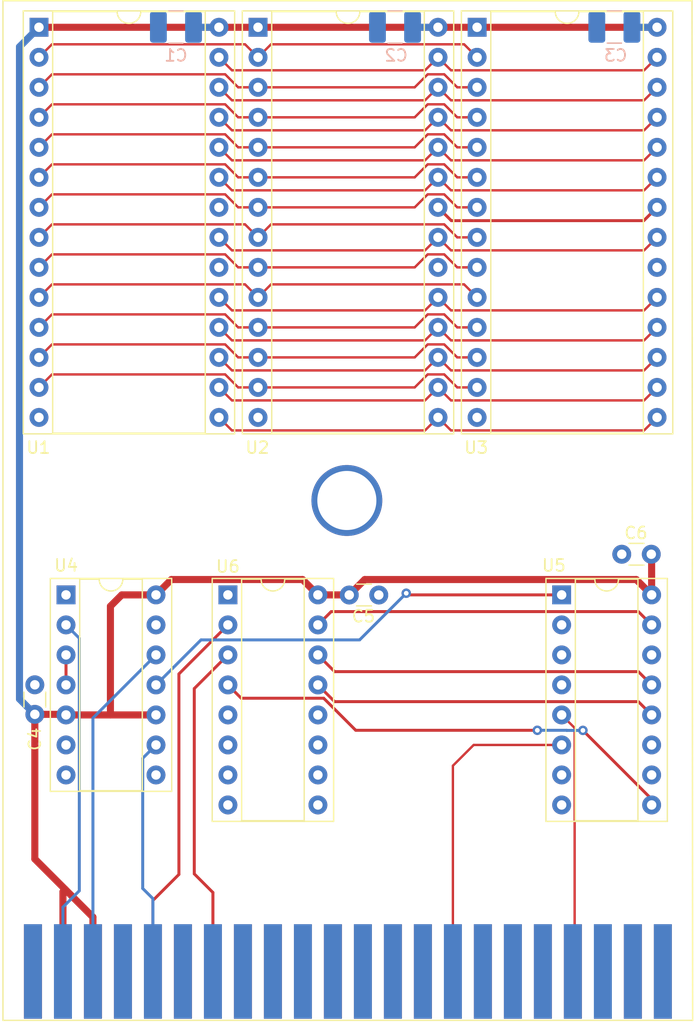
<source format=kicad_pcb>
(kicad_pcb (version 20171130) (host pcbnew "(5.1.6)-1")

  (general
    (thickness 1.6)
    (drawings 4)
    (tracks 257)
    (zones 0)
    (modules 14)
    (nets 55)
  )

  (page A4)
  (layers
    (0 F.Cu signal)
    (31 B.Cu signal)
    (32 B.Adhes user)
    (33 F.Adhes user)
    (34 B.Paste user)
    (35 F.Paste user)
    (36 B.SilkS user)
    (37 F.SilkS user)
    (38 B.Mask user)
    (39 F.Mask user)
    (40 Dwgs.User user hide)
    (41 Cmts.User user hide)
    (42 Eco1.User user)
    (43 Eco2.User user hide)
    (44 Edge.Cuts user hide)
    (45 Margin user)
    (46 B.CrtYd user)
    (47 F.CrtYd user)
    (48 B.Fab user hide)
    (49 F.Fab user hide)
  )

  (setup
    (last_trace_width 0.25)
    (trace_clearance 0.2)
    (zone_clearance 0.508)
    (zone_45_only no)
    (trace_min 0.2)
    (via_size 0.8)
    (via_drill 0.4)
    (via_min_size 0.4)
    (via_min_drill 0.3)
    (uvia_size 0.3)
    (uvia_drill 0.1)
    (uvias_allowed no)
    (uvia_min_size 0.2)
    (uvia_min_drill 0.1)
    (edge_width 0.05)
    (segment_width 0.2)
    (pcb_text_width 0.3)
    (pcb_text_size 1.5 1.5)
    (mod_edge_width 0.12)
    (mod_text_size 1 1)
    (mod_text_width 0.15)
    (pad_size 6 6)
    (pad_drill 5)
    (pad_to_mask_clearance 0.05)
    (aux_axis_origin 0 0)
    (visible_elements 7FFFFFFF)
    (pcbplotparams
      (layerselection 0x010fc_ffffffff)
      (usegerberextensions false)
      (usegerberattributes true)
      (usegerberadvancedattributes true)
      (creategerberjobfile true)
      (excludeedgelayer true)
      (linewidth 0.100000)
      (plotframeref false)
      (viasonmask false)
      (mode 1)
      (useauxorigin false)
      (hpglpennumber 1)
      (hpglpenspeed 20)
      (hpglpendiameter 15.000000)
      (psnegative false)
      (psa4output false)
      (plotreference true)
      (plotvalue true)
      (plotinvisibletext false)
      (padsonsilk false)
      (subtractmaskfromsilk false)
      (outputformat 1)
      (mirror false)
      (drillshape 1)
      (scaleselection 1)
      (outputdirectory ""))
  )

  (net 0 "")
  (net 1 GND)
  (net 2 +5V)
  (net 3 /A9)
  (net 4 /A8)
  (net 5 /A5)
  (net 6 /A6)
  (net 7 /A7)
  (net 8 /A0)
  (net 9 /A1)
  (net 10 /A2)
  (net 11 /A3)
  (net 12 /A4)
  (net 13 /PHI2)
  (net 14 /_NMI)
  (net 15 /_RES)
  (net 16 /_ROMH)
  (net 17 /A10)
  (net 18 /A11)
  (net 19 /A12)
  (net 20 /A13)
  (net 21 /A14)
  (net 22 /A15)
  (net 23 /D0)
  (net 24 /D1)
  (net 25 /D2)
  (net 26 /D3)
  (net 27 /D4)
  (net 28 /D5)
  (net 29 /D6)
  (net 30 /D7)
  (net 31 /_ROML)
  (net 32 /_EXROM)
  (net 33 /_IO1)
  (net 34 /R_W)
  (net 35 /_OE)
  (net 36 /U1_CE)
  (net 37 /U2_CE)
  (net 38 /U3_CE)
  (net 39 /_RES1)
  (net 40 "Net-(U4-Pad3)")
  (net 41 /CLK)
  (net 42 "Net-(U5-Pad15)")
  (net 43 /_DE00)
  (net 44 "Net-(U6-Pad7)")
  (net 45 "Net-(U6-Pad6)")
  (net 46 "Net-(U6-Pad5)")
  (net 47 "Net-(U6-Pad9)")
  (net 48 /Q1)
  (net 49 /Q2)
  (net 50 /BA)
  (net 51 /_DMA)
  (net 52 /_IO2)
  (net 53 /DOT_CLK)
  (net 54 /_IRQ)

  (net_class Default "This is the default net class."
    (clearance 0.2)
    (trace_width 0.25)
    (via_dia 0.8)
    (via_drill 0.4)
    (uvia_dia 0.3)
    (uvia_drill 0.1)
    (add_net /BA)
    (add_net /CLK)
    (add_net /DOT_CLK)
    (add_net /PHI2)
    (add_net /Q1)
    (add_net /Q2)
    (add_net /R_W)
    (add_net /U1_CE)
    (add_net /U2_CE)
    (add_net /U3_CE)
    (add_net /_DE00)
    (add_net /_DMA)
    (add_net /_EXROM)
    (add_net /_IO1)
    (add_net /_IO2)
    (add_net /_IRQ)
    (add_net /_NMI)
    (add_net /_OE)
    (add_net /_RES)
    (add_net /_RES1)
    (add_net /_ROMH)
    (add_net /_ROML)
    (add_net "Net-(U4-Pad3)")
    (add_net "Net-(U5-Pad15)")
    (add_net "Net-(U6-Pad5)")
    (add_net "Net-(U6-Pad6)")
    (add_net "Net-(U6-Pad7)")
    (add_net "Net-(U6-Pad9)")
  )

  (net_class Power ""
    (clearance 0.2)
    (trace_width 0.6)
    (via_dia 0.8)
    (via_drill 0.4)
    (uvia_dia 0.3)
    (uvia_drill 0.1)
    (add_net +5V)
    (add_net GND)
  )

  (net_class bus ""
    (clearance 0.2)
    (trace_width 0.2)
    (via_dia 0.8)
    (via_drill 0.4)
    (uvia_dia 0.3)
    (uvia_drill 0.1)
    (add_net /A0)
    (add_net /A1)
    (add_net /A10)
    (add_net /A11)
    (add_net /A12)
    (add_net /A13)
    (add_net /A14)
    (add_net /A15)
    (add_net /A2)
    (add_net /A3)
    (add_net /A4)
    (add_net /A5)
    (add_net /A6)
    (add_net /A7)
    (add_net /A8)
    (add_net /A9)
    (add_net /D0)
    (add_net /D1)
    (add_net /D2)
    (add_net /D3)
    (add_net /D4)
    (add_net /D5)
    (add_net /D6)
    (add_net /D7)
  )

  (module Package_DIP:DIP-28_W15.24mm_Socket (layer F.Cu) (tedit 5A02E8C5) (tstamp 5FD6D2DA)
    (at 159.15 51.85)
    (descr "28-lead though-hole mounted DIP package, row spacing 15.24 mm (600 mils), Socket")
    (tags "THT DIP DIL PDIP 2.54mm 15.24mm 600mil Socket")
    (path /5FD59F30)
    (fp_text reference U3 (at -0.075 35.575) (layer F.SilkS)
      (effects (font (size 1 1) (thickness 0.15)))
    )
    (fp_text value AT27C256R-150PU (at 7.62 35.35) (layer F.Fab)
      (effects (font (size 1 1) (thickness 0.15)))
    )
    (fp_line (start 1.255 -1.27) (end 14.985 -1.27) (layer F.Fab) (width 0.1))
    (fp_line (start 14.985 -1.27) (end 14.985 34.29) (layer F.Fab) (width 0.1))
    (fp_line (start 14.985 34.29) (end 0.255 34.29) (layer F.Fab) (width 0.1))
    (fp_line (start 0.255 34.29) (end 0.255 -0.27) (layer F.Fab) (width 0.1))
    (fp_line (start 0.255 -0.27) (end 1.255 -1.27) (layer F.Fab) (width 0.1))
    (fp_line (start -1.27 -1.33) (end -1.27 34.35) (layer F.Fab) (width 0.1))
    (fp_line (start -1.27 34.35) (end 16.51 34.35) (layer F.Fab) (width 0.1))
    (fp_line (start 16.51 34.35) (end 16.51 -1.33) (layer F.Fab) (width 0.1))
    (fp_line (start 16.51 -1.33) (end -1.27 -1.33) (layer F.Fab) (width 0.1))
    (fp_line (start 6.62 -1.33) (end 1.16 -1.33) (layer F.SilkS) (width 0.12))
    (fp_line (start 1.16 -1.33) (end 1.16 34.35) (layer F.SilkS) (width 0.12))
    (fp_line (start 1.16 34.35) (end 14.08 34.35) (layer F.SilkS) (width 0.12))
    (fp_line (start 14.08 34.35) (end 14.08 -1.33) (layer F.SilkS) (width 0.12))
    (fp_line (start 14.08 -1.33) (end 8.62 -1.33) (layer F.SilkS) (width 0.12))
    (fp_line (start -1.33 -1.39) (end -1.33 34.41) (layer F.SilkS) (width 0.12))
    (fp_line (start -1.33 34.41) (end 16.57 34.41) (layer F.SilkS) (width 0.12))
    (fp_line (start 16.57 34.41) (end 16.57 -1.39) (layer F.SilkS) (width 0.12))
    (fp_line (start 16.57 -1.39) (end -1.33 -1.39) (layer F.SilkS) (width 0.12))
    (fp_line (start -1.55 -1.6) (end -1.55 34.65) (layer F.CrtYd) (width 0.05))
    (fp_line (start -1.55 34.65) (end 16.8 34.65) (layer F.CrtYd) (width 0.05))
    (fp_line (start 16.8 34.65) (end 16.8 -1.6) (layer F.CrtYd) (width 0.05))
    (fp_line (start 16.8 -1.6) (end -1.55 -1.6) (layer F.CrtYd) (width 0.05))
    (fp_text user %R (at 7.62 16.51) (layer F.Fab)
      (effects (font (size 1 1) (thickness 0.15)))
    )
    (fp_arc (start 7.62 -1.33) (end 6.62 -1.33) (angle -180) (layer F.SilkS) (width 0.12))
    (pad 28 thru_hole oval (at 15.24 0) (size 1.6 1.6) (drill 0.8) (layers *.Cu *.Mask)
      (net 2 +5V))
    (pad 14 thru_hole oval (at 0 33.02) (size 1.6 1.6) (drill 0.8) (layers *.Cu *.Mask)
      (net 1 GND))
    (pad 27 thru_hole oval (at 15.24 2.54) (size 1.6 1.6) (drill 0.8) (layers *.Cu *.Mask)
      (net 21 /A14))
    (pad 13 thru_hole oval (at 0 30.48) (size 1.6 1.6) (drill 0.8) (layers *.Cu *.Mask)
      (net 25 /D2))
    (pad 26 thru_hole oval (at 15.24 5.08) (size 1.6 1.6) (drill 0.8) (layers *.Cu *.Mask)
      (net 20 /A13))
    (pad 12 thru_hole oval (at 0 27.94) (size 1.6 1.6) (drill 0.8) (layers *.Cu *.Mask)
      (net 24 /D1))
    (pad 25 thru_hole oval (at 15.24 7.62) (size 1.6 1.6) (drill 0.8) (layers *.Cu *.Mask)
      (net 4 /A8))
    (pad 11 thru_hole oval (at 0 25.4) (size 1.6 1.6) (drill 0.8) (layers *.Cu *.Mask)
      (net 23 /D0))
    (pad 24 thru_hole oval (at 15.24 10.16) (size 1.6 1.6) (drill 0.8) (layers *.Cu *.Mask)
      (net 3 /A9))
    (pad 10 thru_hole oval (at 0 22.86) (size 1.6 1.6) (drill 0.8) (layers *.Cu *.Mask)
      (net 8 /A0))
    (pad 23 thru_hole oval (at 15.24 12.7) (size 1.6 1.6) (drill 0.8) (layers *.Cu *.Mask)
      (net 18 /A11))
    (pad 9 thru_hole oval (at 0 20.32) (size 1.6 1.6) (drill 0.8) (layers *.Cu *.Mask)
      (net 9 /A1))
    (pad 22 thru_hole oval (at 15.24 15.24) (size 1.6 1.6) (drill 0.8) (layers *.Cu *.Mask)
      (net 35 /_OE))
    (pad 8 thru_hole oval (at 0 17.78) (size 1.6 1.6) (drill 0.8) (layers *.Cu *.Mask)
      (net 10 /A2))
    (pad 21 thru_hole oval (at 15.24 17.78) (size 1.6 1.6) (drill 0.8) (layers *.Cu *.Mask)
      (net 17 /A10))
    (pad 7 thru_hole oval (at 0 15.24) (size 1.6 1.6) (drill 0.8) (layers *.Cu *.Mask)
      (net 11 /A3))
    (pad 20 thru_hole oval (at 15.24 20.32) (size 1.6 1.6) (drill 0.8) (layers *.Cu *.Mask)
      (net 38 /U3_CE))
    (pad 6 thru_hole oval (at 0 12.7) (size 1.6 1.6) (drill 0.8) (layers *.Cu *.Mask)
      (net 12 /A4))
    (pad 19 thru_hole oval (at 15.24 22.86) (size 1.6 1.6) (drill 0.8) (layers *.Cu *.Mask)
      (net 30 /D7))
    (pad 5 thru_hole oval (at 0 10.16) (size 1.6 1.6) (drill 0.8) (layers *.Cu *.Mask)
      (net 5 /A5))
    (pad 18 thru_hole oval (at 15.24 25.4) (size 1.6 1.6) (drill 0.8) (layers *.Cu *.Mask)
      (net 29 /D6))
    (pad 4 thru_hole oval (at 0 7.62) (size 1.6 1.6) (drill 0.8) (layers *.Cu *.Mask)
      (net 6 /A6))
    (pad 17 thru_hole oval (at 15.24 27.94) (size 1.6 1.6) (drill 0.8) (layers *.Cu *.Mask)
      (net 28 /D5))
    (pad 3 thru_hole oval (at 0 5.08) (size 1.6 1.6) (drill 0.8) (layers *.Cu *.Mask)
      (net 7 /A7))
    (pad 16 thru_hole oval (at 15.24 30.48) (size 1.6 1.6) (drill 0.8) (layers *.Cu *.Mask)
      (net 27 /D4))
    (pad 2 thru_hole oval (at 0 2.54) (size 1.6 1.6) (drill 0.8) (layers *.Cu *.Mask)
      (net 19 /A12))
    (pad 15 thru_hole oval (at 15.24 33.02) (size 1.6 1.6) (drill 0.8) (layers *.Cu *.Mask)
      (net 26 /D3))
    (pad 1 thru_hole rect (at 0 0) (size 1.6 1.6) (drill 0.8) (layers *.Cu *.Mask)
      (net 2 +5V))
    (model ${KISYS3DMOD}/Package_DIP.3dshapes/DIP-28_W15.24mm_Socket.wrl
      (at (xyz 0 0 0))
      (scale (xyz 1 1 1))
      (rotate (xyz 0 0 0))
    )
  )

  (module OpenC64Cart16K:C64-Cart (layer F.Cu) (tedit 5A47AD92) (tstamp 5FD42FA1)
    (at 119 135.7)
    (path /5FD2F44A)
    (fp_text reference EDGE1 (at 3.81 -9.018274) (layer F.SilkS) hide
      (effects (font (size 1 1) (thickness 0.15)))
    )
    (fp_text value C64-Exp-Port (at 30.48 1.27) (layer F.Fab) hide
      (effects (font (size 1 1) (thickness 0.15)))
    )
    (fp_line (start 58.42 -35.56) (end 0 -35.56) (layer Dwgs.User) (width 0.15))
    (fp_line (start 58.42 0) (end 58.42 -35.56) (layer Dwgs.User) (width 0.15))
    (fp_line (start 0 0) (end 58.42 0) (layer F.Fab) (width 0.15))
    (fp_line (start 0 -35.56) (end 0 0) (layer Dwgs.User) (width 0.15))
    (fp_text user "Card will be inside C64 up to this point" (at 29.21 -36.576) (layer Dwgs.User)
      (effects (font (size 1 1) (thickness 0.15)))
    )
    (pad NoSo smd rect (at 29.21 -3.81 180) (size 58.42 8.3) (layers F.Mask))
    (pad NoSo smd rect (at 29.21 -3.81 180) (size 58.42 8.3) (layers B.Mask))
    (pad N smd rect (at 30.48 -3.938274) (size 1.524 8) (layers B.Cu B.Paste B.Mask)
      (net 3 /A9))
    (pad P smd rect (at 33.02 -3.938274) (size 1.524 8) (layers B.Cu B.Paste B.Mask)
      (net 4 /A8))
    (pad T smd rect (at 40.64 -3.938274) (size 1.524 8) (layers B.Cu B.Paste B.Mask)
      (net 5 /A5))
    (pad S smd rect (at 38.1 -3.938274) (size 1.524 8) (layers B.Cu B.Paste B.Mask)
      (net 6 /A6))
    (pad R smd rect (at 35.56 -3.938274) (size 1.524 8) (layers B.Cu B.Paste B.Mask)
      (net 7 /A7))
    (pad Z smd rect (at 55.88 -3.938274) (size 1.524 8) (layers B.Cu B.Paste B.Mask)
      (net 1 GND))
    (pad Y smd rect (at 53.34 -3.938274) (size 1.524 8) (layers B.Cu B.Paste B.Mask)
      (net 8 /A0))
    (pad X smd rect (at 50.8 -3.938274) (size 1.524 8) (layers B.Cu B.Paste B.Mask)
      (net 9 /A1))
    (pad W smd rect (at 48.26 -3.938274) (size 1.524 8) (layers B.Cu B.Paste B.Mask)
      (net 10 /A2))
    (pad V smd rect (at 45.72 -3.938274) (size 1.524 8) (layers B.Cu B.Paste B.Mask)
      (net 11 /A3))
    (pad U smd rect (at 43.18 -3.938274) (size 1.524 8) (layers B.Cu B.Paste B.Mask)
      (net 12 /A4))
    (pad A smd rect (at 2.54 -3.938274) (size 1.524 8) (layers B.Cu B.Paste B.Mask)
      (net 1 GND))
    (pad E smd rect (at 12.7 -3.938274) (size 1.524 8) (layers B.Cu B.Paste B.Mask)
      (net 13 /PHI2))
    (pad D smd rect (at 10.16 -3.938274) (size 1.524 8) (layers B.Cu B.Paste B.Mask)
      (net 14 /_NMI))
    (pad C smd rect (at 7.62 -3.938274) (size 1.524 8) (layers B.Cu B.Paste B.Mask)
      (net 15 /_RES))
    (pad B smd rect (at 5.08 -3.938274) (size 1.524 8) (layers B.Cu B.Paste B.Mask)
      (net 16 /_ROMH))
    (pad M smd rect (at 27.94 -3.938274) (size 1.524 8) (layers B.Cu B.Paste B.Mask)
      (net 17 /A10))
    (pad L smd rect (at 25.4 -3.938274) (size 1.524 8) (layers B.Cu B.Paste B.Mask)
      (net 18 /A11))
    (pad K smd rect (at 22.86 -3.938274) (size 1.524 8) (layers B.Cu B.Paste B.Mask)
      (net 19 /A12))
    (pad J smd rect (at 20.32 -3.938274) (size 1.524 8) (layers B.Cu B.Paste B.Mask)
      (net 20 /A13))
    (pad H smd rect (at 17.78 -3.938274) (size 1.524 8) (layers B.Cu B.Paste B.Mask)
      (net 21 /A14))
    (pad F smd rect (at 15.24 -3.938274) (size 1.524 8) (layers B.Cu B.Paste B.Mask)
      (net 22 /A15))
    (pad 22 smd rect (at 55.88 -3.938274 180) (size 1.524 8) (layers F.Cu F.Paste F.Mask)
      (net 1 GND))
    (pad 21 smd rect (at 53.34 -3.938274 180) (size 1.524 8) (layers F.Cu F.Paste F.Mask)
      (net 23 /D0))
    (pad 20 smd rect (at 50.8 -3.938274 180) (size 1.524 8) (layers F.Cu F.Paste F.Mask)
      (net 24 /D1))
    (pad 19 smd rect (at 48.26 -3.938274 180) (size 1.524 8) (layers F.Cu F.Paste F.Mask)
      (net 25 /D2))
    (pad 18 smd rect (at 45.72 -3.938274 180) (size 1.524 8) (layers F.Cu F.Paste F.Mask)
      (net 26 /D3))
    (pad 17 smd rect (at 43.18 -3.938274 180) (size 1.524 8) (layers F.Cu F.Paste F.Mask)
      (net 27 /D4))
    (pad 16 smd rect (at 40.64 -3.938274 180) (size 1.524 8) (layers F.Cu F.Paste F.Mask)
      (net 28 /D5))
    (pad 15 smd rect (at 38.1 -3.938274 180) (size 1.524 8) (layers F.Cu F.Paste F.Mask)
      (net 29 /D6))
    (pad 3 smd rect (at 7.62 -3.938274 180) (size 1.524 8) (layers F.Cu F.Paste F.Mask)
      (net 2 +5V))
    (pad 2 smd rect (at 5.08 -3.938274 180) (size 1.524 8) (layers F.Cu F.Paste F.Mask)
      (net 2 +5V))
    (pad 12 smd rect (at 30.48 -3.938274 180) (size 1.524 8) (layers F.Cu F.Paste F.Mask)
      (net 50 /BA))
    (pad 14 smd rect (at 35.56 -3.938274 180) (size 1.524 8) (layers F.Cu F.Paste F.Mask)
      (net 30 /D7))
    (pad 13 smd rect (at 33.02 -3.938274 180) (size 1.524 8) (layers F.Cu F.Paste F.Mask)
      (net 51 /_DMA))
    (pad 11 smd rect (at 27.94 -3.938274 180) (size 1.524 8) (layers F.Cu F.Paste F.Mask)
      (net 31 /_ROML))
    (pad 10 smd rect (at 25.4 -3.938274 180) (size 1.524 8) (layers F.Cu F.Paste F.Mask)
      (net 52 /_IO2))
    (pad 9 smd rect (at 22.86 -3.938274 180) (size 1.524 8) (layers F.Cu F.Paste F.Mask)
      (net 32 /_EXROM))
    (pad 8 smd rect (at 20.32 -3.938274 180) (size 1.524 8) (layers F.Cu F.Paste F.Mask)
      (net 32 /_EXROM))
    (pad 7 smd rect (at 17.78 -3.938274 180) (size 1.524 8) (layers F.Cu F.Paste F.Mask)
      (net 33 /_IO1))
    (pad 6 smd rect (at 15.24 -3.938274 180) (size 1.524 8) (layers F.Cu F.Paste F.Mask)
      (net 53 /DOT_CLK))
    (pad 5 smd rect (at 12.7 -3.938274 180) (size 1.524 8) (layers F.Cu F.Paste F.Mask)
      (net 34 /R_W))
    (pad 4 smd rect (at 10.16 -3.938274 180) (size 1.524 8) (layers F.Cu F.Paste F.Mask)
      (net 54 /_IRQ))
    (pad 1 smd rect (at 2.54 -3.938274 180) (size 1.524 8) (layers F.Cu F.Paste F.Mask)
      (net 1 GND))
  )

  (module Package_DIP:DIP-16_W7.62mm_Socket (layer F.Cu) (tedit 5A02E8C5) (tstamp 5FD6D76C)
    (at 138.05 99.89)
    (descr "16-lead though-hole mounted DIP package, row spacing 7.62 mm (300 mils), Socket")
    (tags "THT DIP DIL PDIP 2.54mm 7.62mm 300mil Socket")
    (path /5FD65995)
    (fp_text reference U6 (at 0 -2.4) (layer F.SilkS)
      (effects (font (size 1 1) (thickness 0.15)))
    )
    (fp_text value 74LS139 (at 3.81 20.11) (layer F.Fab)
      (effects (font (size 1 1) (thickness 0.15)))
    )
    (fp_line (start 1.635 -1.27) (end 6.985 -1.27) (layer F.Fab) (width 0.1))
    (fp_line (start 6.985 -1.27) (end 6.985 19.05) (layer F.Fab) (width 0.1))
    (fp_line (start 6.985 19.05) (end 0.635 19.05) (layer F.Fab) (width 0.1))
    (fp_line (start 0.635 19.05) (end 0.635 -0.27) (layer F.Fab) (width 0.1))
    (fp_line (start 0.635 -0.27) (end 1.635 -1.27) (layer F.Fab) (width 0.1))
    (fp_line (start -1.27 -1.33) (end -1.27 19.11) (layer F.Fab) (width 0.1))
    (fp_line (start -1.27 19.11) (end 8.89 19.11) (layer F.Fab) (width 0.1))
    (fp_line (start 8.89 19.11) (end 8.89 -1.33) (layer F.Fab) (width 0.1))
    (fp_line (start 8.89 -1.33) (end -1.27 -1.33) (layer F.Fab) (width 0.1))
    (fp_line (start 2.81 -1.33) (end 1.16 -1.33) (layer F.SilkS) (width 0.12))
    (fp_line (start 1.16 -1.33) (end 1.16 19.11) (layer F.SilkS) (width 0.12))
    (fp_line (start 1.16 19.11) (end 6.46 19.11) (layer F.SilkS) (width 0.12))
    (fp_line (start 6.46 19.11) (end 6.46 -1.33) (layer F.SilkS) (width 0.12))
    (fp_line (start 6.46 -1.33) (end 4.81 -1.33) (layer F.SilkS) (width 0.12))
    (fp_line (start -1.33 -1.39) (end -1.33 19.17) (layer F.SilkS) (width 0.12))
    (fp_line (start -1.33 19.17) (end 8.95 19.17) (layer F.SilkS) (width 0.12))
    (fp_line (start 8.95 19.17) (end 8.95 -1.39) (layer F.SilkS) (width 0.12))
    (fp_line (start 8.95 -1.39) (end -1.33 -1.39) (layer F.SilkS) (width 0.12))
    (fp_line (start -1.55 -1.6) (end -1.55 19.4) (layer F.CrtYd) (width 0.05))
    (fp_line (start -1.55 19.4) (end 9.15 19.4) (layer F.CrtYd) (width 0.05))
    (fp_line (start 9.15 19.4) (end 9.15 -1.6) (layer F.CrtYd) (width 0.05))
    (fp_line (start 9.15 -1.6) (end -1.55 -1.6) (layer F.CrtYd) (width 0.05))
    (fp_text user %R (at 3.81 8.89) (layer F.Fab)
      (effects (font (size 1 1) (thickness 0.15)))
    )
    (fp_arc (start 3.81 -1.33) (end 2.81 -1.33) (angle -180) (layer F.SilkS) (width 0.12))
    (pad 16 thru_hole oval (at 7.62 0) (size 1.6 1.6) (drill 0.8) (layers *.Cu *.Mask)
      (net 2 +5V))
    (pad 8 thru_hole oval (at 0 17.78) (size 1.6 1.6) (drill 0.8) (layers *.Cu *.Mask)
      (net 1 GND))
    (pad 15 thru_hole oval (at 7.62 2.54) (size 1.6 1.6) (drill 0.8) (layers *.Cu *.Mask)
      (net 42 "Net-(U5-Pad15)"))
    (pad 7 thru_hole oval (at 0 15.24) (size 1.6 1.6) (drill 0.8) (layers *.Cu *.Mask)
      (net 44 "Net-(U6-Pad7)"))
    (pad 14 thru_hole oval (at 7.62 5.08) (size 1.6 1.6) (drill 0.8) (layers *.Cu *.Mask)
      (net 48 /Q1))
    (pad 6 thru_hole oval (at 0 12.7) (size 1.6 1.6) (drill 0.8) (layers *.Cu *.Mask)
      (net 45 "Net-(U6-Pad6)"))
    (pad 13 thru_hole oval (at 7.62 7.62) (size 1.6 1.6) (drill 0.8) (layers *.Cu *.Mask)
      (net 49 /Q2))
    (pad 5 thru_hole oval (at 0 10.16) (size 1.6 1.6) (drill 0.8) (layers *.Cu *.Mask)
      (net 46 "Net-(U6-Pad5)"))
    (pad 12 thru_hole oval (at 7.62 10.16) (size 1.6 1.6) (drill 0.8) (layers *.Cu *.Mask)
      (net 36 /U1_CE))
    (pad 4 thru_hole oval (at 0 7.62) (size 1.6 1.6) (drill 0.8) (layers *.Cu *.Mask)
      (net 43 /_DE00))
    (pad 11 thru_hole oval (at 7.62 12.7) (size 1.6 1.6) (drill 0.8) (layers *.Cu *.Mask)
      (net 37 /U2_CE))
    (pad 3 thru_hole oval (at 0 5.08) (size 1.6 1.6) (drill 0.8) (layers *.Cu *.Mask)
      (net 33 /_IO1))
    (pad 10 thru_hole oval (at 7.62 15.24) (size 1.6 1.6) (drill 0.8) (layers *.Cu *.Mask)
      (net 38 /U3_CE))
    (pad 2 thru_hole oval (at 0 2.54) (size 1.6 1.6) (drill 0.8) (layers *.Cu *.Mask)
      (net 34 /R_W))
    (pad 9 thru_hole oval (at 7.62 17.78) (size 1.6 1.6) (drill 0.8) (layers *.Cu *.Mask)
      (net 47 "Net-(U6-Pad9)"))
    (pad 1 thru_hole rect (at 0 0) (size 1.6 1.6) (drill 0.8) (layers *.Cu *.Mask)
      (net 1 GND))
    (model ${KISYS3DMOD}/Package_DIP.3dshapes/DIP-16_W7.62mm_Socket.wrl
      (at (xyz 0 0 0))
      (scale (xyz 1 1 1))
      (rotate (xyz 0 0 0))
    )
  )

  (module Package_DIP:DIP-28_W15.24mm_Socket (layer F.Cu) (tedit 5A02E8C5) (tstamp 5FD6D205)
    (at 140.6 51.85)
    (descr "28-lead though-hole mounted DIP package, row spacing 15.24 mm (600 mils), Socket")
    (tags "THT DIP DIL PDIP 2.54mm 15.24mm 600mil Socket")
    (path /5FD5858A)
    (fp_text reference U2 (at -0.05 35.575) (layer F.SilkS)
      (effects (font (size 1 1) (thickness 0.15)))
    )
    (fp_text value AT27C256R-150PU (at 7.62 35.35) (layer F.Fab)
      (effects (font (size 1 1) (thickness 0.15)))
    )
    (fp_line (start 1.255 -1.27) (end 14.985 -1.27) (layer F.Fab) (width 0.1))
    (fp_line (start 14.985 -1.27) (end 14.985 34.29) (layer F.Fab) (width 0.1))
    (fp_line (start 14.985 34.29) (end 0.255 34.29) (layer F.Fab) (width 0.1))
    (fp_line (start 0.255 34.29) (end 0.255 -0.27) (layer F.Fab) (width 0.1))
    (fp_line (start 0.255 -0.27) (end 1.255 -1.27) (layer F.Fab) (width 0.1))
    (fp_line (start -1.27 -1.33) (end -1.27 34.35) (layer F.Fab) (width 0.1))
    (fp_line (start -1.27 34.35) (end 16.51 34.35) (layer F.Fab) (width 0.1))
    (fp_line (start 16.51 34.35) (end 16.51 -1.33) (layer F.Fab) (width 0.1))
    (fp_line (start 16.51 -1.33) (end -1.27 -1.33) (layer F.Fab) (width 0.1))
    (fp_line (start 6.62 -1.33) (end 1.16 -1.33) (layer F.SilkS) (width 0.12))
    (fp_line (start 1.16 -1.33) (end 1.16 34.35) (layer F.SilkS) (width 0.12))
    (fp_line (start 1.16 34.35) (end 14.08 34.35) (layer F.SilkS) (width 0.12))
    (fp_line (start 14.08 34.35) (end 14.08 -1.33) (layer F.SilkS) (width 0.12))
    (fp_line (start 14.08 -1.33) (end 8.62 -1.33) (layer F.SilkS) (width 0.12))
    (fp_line (start -1.33 -1.39) (end -1.33 34.41) (layer F.SilkS) (width 0.12))
    (fp_line (start -1.33 34.41) (end 16.57 34.41) (layer F.SilkS) (width 0.12))
    (fp_line (start 16.57 34.41) (end 16.57 -1.39) (layer F.SilkS) (width 0.12))
    (fp_line (start 16.57 -1.39) (end -1.33 -1.39) (layer F.SilkS) (width 0.12))
    (fp_line (start -1.55 -1.6) (end -1.55 34.65) (layer F.CrtYd) (width 0.05))
    (fp_line (start -1.55 34.65) (end 16.8 34.65) (layer F.CrtYd) (width 0.05))
    (fp_line (start 16.8 34.65) (end 16.8 -1.6) (layer F.CrtYd) (width 0.05))
    (fp_line (start 16.8 -1.6) (end -1.55 -1.6) (layer F.CrtYd) (width 0.05))
    (fp_text user %R (at 7.62 16.51) (layer F.Fab)
      (effects (font (size 1 1) (thickness 0.15)))
    )
    (fp_arc (start 7.62 -1.33) (end 6.62 -1.33) (angle -180) (layer F.SilkS) (width 0.12))
    (pad 28 thru_hole oval (at 15.24 0) (size 1.6 1.6) (drill 0.8) (layers *.Cu *.Mask)
      (net 2 +5V))
    (pad 14 thru_hole oval (at 0 33.02) (size 1.6 1.6) (drill 0.8) (layers *.Cu *.Mask)
      (net 1 GND))
    (pad 27 thru_hole oval (at 15.24 2.54) (size 1.6 1.6) (drill 0.8) (layers *.Cu *.Mask)
      (net 21 /A14))
    (pad 13 thru_hole oval (at 0 30.48) (size 1.6 1.6) (drill 0.8) (layers *.Cu *.Mask)
      (net 25 /D2))
    (pad 26 thru_hole oval (at 15.24 5.08) (size 1.6 1.6) (drill 0.8) (layers *.Cu *.Mask)
      (net 20 /A13))
    (pad 12 thru_hole oval (at 0 27.94) (size 1.6 1.6) (drill 0.8) (layers *.Cu *.Mask)
      (net 24 /D1))
    (pad 25 thru_hole oval (at 15.24 7.62) (size 1.6 1.6) (drill 0.8) (layers *.Cu *.Mask)
      (net 4 /A8))
    (pad 11 thru_hole oval (at 0 25.4) (size 1.6 1.6) (drill 0.8) (layers *.Cu *.Mask)
      (net 23 /D0))
    (pad 24 thru_hole oval (at 15.24 10.16) (size 1.6 1.6) (drill 0.8) (layers *.Cu *.Mask)
      (net 3 /A9))
    (pad 10 thru_hole oval (at 0 22.86) (size 1.6 1.6) (drill 0.8) (layers *.Cu *.Mask)
      (net 8 /A0))
    (pad 23 thru_hole oval (at 15.24 12.7) (size 1.6 1.6) (drill 0.8) (layers *.Cu *.Mask)
      (net 18 /A11))
    (pad 9 thru_hole oval (at 0 20.32) (size 1.6 1.6) (drill 0.8) (layers *.Cu *.Mask)
      (net 9 /A1))
    (pad 22 thru_hole oval (at 15.24 15.24) (size 1.6 1.6) (drill 0.8) (layers *.Cu *.Mask)
      (net 35 /_OE))
    (pad 8 thru_hole oval (at 0 17.78) (size 1.6 1.6) (drill 0.8) (layers *.Cu *.Mask)
      (net 10 /A2))
    (pad 21 thru_hole oval (at 15.24 17.78) (size 1.6 1.6) (drill 0.8) (layers *.Cu *.Mask)
      (net 17 /A10))
    (pad 7 thru_hole oval (at 0 15.24) (size 1.6 1.6) (drill 0.8) (layers *.Cu *.Mask)
      (net 11 /A3))
    (pad 20 thru_hole oval (at 15.24 20.32) (size 1.6 1.6) (drill 0.8) (layers *.Cu *.Mask)
      (net 37 /U2_CE))
    (pad 6 thru_hole oval (at 0 12.7) (size 1.6 1.6) (drill 0.8) (layers *.Cu *.Mask)
      (net 12 /A4))
    (pad 19 thru_hole oval (at 15.24 22.86) (size 1.6 1.6) (drill 0.8) (layers *.Cu *.Mask)
      (net 30 /D7))
    (pad 5 thru_hole oval (at 0 10.16) (size 1.6 1.6) (drill 0.8) (layers *.Cu *.Mask)
      (net 5 /A5))
    (pad 18 thru_hole oval (at 15.24 25.4) (size 1.6 1.6) (drill 0.8) (layers *.Cu *.Mask)
      (net 29 /D6))
    (pad 4 thru_hole oval (at 0 7.62) (size 1.6 1.6) (drill 0.8) (layers *.Cu *.Mask)
      (net 6 /A6))
    (pad 17 thru_hole oval (at 15.24 27.94) (size 1.6 1.6) (drill 0.8) (layers *.Cu *.Mask)
      (net 28 /D5))
    (pad 3 thru_hole oval (at 0 5.08) (size 1.6 1.6) (drill 0.8) (layers *.Cu *.Mask)
      (net 7 /A7))
    (pad 16 thru_hole oval (at 15.24 30.48) (size 1.6 1.6) (drill 0.8) (layers *.Cu *.Mask)
      (net 27 /D4))
    (pad 2 thru_hole oval (at 0 2.54) (size 1.6 1.6) (drill 0.8) (layers *.Cu *.Mask)
      (net 19 /A12))
    (pad 15 thru_hole oval (at 15.24 33.02) (size 1.6 1.6) (drill 0.8) (layers *.Cu *.Mask)
      (net 26 /D3))
    (pad 1 thru_hole rect (at 0 0) (size 1.6 1.6) (drill 0.8) (layers *.Cu *.Mask)
      (net 2 +5V))
    (model ${KISYS3DMOD}/Package_DIP.3dshapes/DIP-28_W15.24mm_Socket.wrl
      (at (xyz 0 0 0))
      (scale (xyz 1 1 1))
      (rotate (xyz 0 0 0))
    )
  )

  (module Capacitor_SMD:C_1210_3225Metric_Pad1.42x2.65mm_HandSolder (layer B.Cu) (tedit 5B301BBE) (tstamp 5FD6D283)
    (at 170.775 51.83 180)
    (descr "Capacitor SMD 1210 (3225 Metric), square (rectangular) end terminal, IPC_7351 nominal with elongated pad for handsoldering. (Body size source: http://www.tortai-tech.com/upload/download/2011102023233369053.pdf), generated with kicad-footprint-generator")
    (tags "capacitor handsolder")
    (path /5FF9BF78)
    (attr smd)
    (fp_text reference C3 (at -0.1125 -2.4) (layer B.SilkS)
      (effects (font (size 1 1) (thickness 0.15)) (justify mirror))
    )
    (fp_text value 0.1uF (at 0 -2.28) (layer B.Fab)
      (effects (font (size 1 1) (thickness 0.15)) (justify mirror))
    )
    (fp_line (start -1.6 -1.25) (end -1.6 1.25) (layer B.Fab) (width 0.1))
    (fp_line (start -1.6 1.25) (end 1.6 1.25) (layer B.Fab) (width 0.1))
    (fp_line (start 1.6 1.25) (end 1.6 -1.25) (layer B.Fab) (width 0.1))
    (fp_line (start 1.6 -1.25) (end -1.6 -1.25) (layer B.Fab) (width 0.1))
    (fp_line (start -0.602064 1.36) (end 0.602064 1.36) (layer B.SilkS) (width 0.12))
    (fp_line (start -0.602064 -1.36) (end 0.602064 -1.36) (layer B.SilkS) (width 0.12))
    (fp_line (start -2.45 -1.58) (end -2.45 1.58) (layer B.CrtYd) (width 0.05))
    (fp_line (start -2.45 1.58) (end 2.45 1.58) (layer B.CrtYd) (width 0.05))
    (fp_line (start 2.45 1.58) (end 2.45 -1.58) (layer B.CrtYd) (width 0.05))
    (fp_line (start 2.45 -1.58) (end -2.45 -1.58) (layer B.CrtYd) (width 0.05))
    (fp_text user %R (at 0 0) (layer B.Fab)
      (effects (font (size 0.8 0.8) (thickness 0.12)) (justify mirror))
    )
    (pad 2 smd roundrect (at 1.4875 0 180) (size 1.425 2.65) (layers B.Cu B.Paste B.Mask) (roundrect_rratio 0.175439)
      (net 1 GND))
    (pad 1 smd roundrect (at -1.4875 0 180) (size 1.425 2.65) (layers B.Cu B.Paste B.Mask) (roundrect_rratio 0.175439)
      (net 2 +5V))
    (model ${KISYS3DMOD}/Capacitor_SMD.3dshapes/C_1210_3225Metric.wrl
      (at (xyz 0 0 0))
      (scale (xyz 1 1 1))
      (rotate (xyz 0 0 0))
    )
  )

  (module Capacitor_SMD:C_1210_3225Metric_Pad1.42x2.65mm_HandSolder (layer B.Cu) (tedit 5B301BBE) (tstamp 5FD6D1AE)
    (at 152.2 51.83 180)
    (descr "Capacitor SMD 1210 (3225 Metric), square (rectangular) end terminal, IPC_7351 nominal with elongated pad for handsoldering. (Body size source: http://www.tortai-tech.com/upload/download/2011102023233369053.pdf), generated with kicad-footprint-generator")
    (tags "capacitor handsolder")
    (path /5FF8F197)
    (attr smd)
    (fp_text reference C2 (at -0.1 -2.4) (layer B.SilkS)
      (effects (font (size 1 1) (thickness 0.15)) (justify mirror))
    )
    (fp_text value 0.1uF (at 0 -2.28) (layer B.Fab)
      (effects (font (size 1 1) (thickness 0.15)) (justify mirror))
    )
    (fp_line (start -1.6 -1.25) (end -1.6 1.25) (layer B.Fab) (width 0.1))
    (fp_line (start -1.6 1.25) (end 1.6 1.25) (layer B.Fab) (width 0.1))
    (fp_line (start 1.6 1.25) (end 1.6 -1.25) (layer B.Fab) (width 0.1))
    (fp_line (start 1.6 -1.25) (end -1.6 -1.25) (layer B.Fab) (width 0.1))
    (fp_line (start -0.602064 1.36) (end 0.602064 1.36) (layer B.SilkS) (width 0.12))
    (fp_line (start -0.602064 -1.36) (end 0.602064 -1.36) (layer B.SilkS) (width 0.12))
    (fp_line (start -2.45 -1.58) (end -2.45 1.58) (layer B.CrtYd) (width 0.05))
    (fp_line (start -2.45 1.58) (end 2.45 1.58) (layer B.CrtYd) (width 0.05))
    (fp_line (start 2.45 1.58) (end 2.45 -1.58) (layer B.CrtYd) (width 0.05))
    (fp_line (start 2.45 -1.58) (end -2.45 -1.58) (layer B.CrtYd) (width 0.05))
    (fp_text user %R (at 0 0) (layer B.Fab)
      (effects (font (size 0.8 0.8) (thickness 0.12)) (justify mirror))
    )
    (pad 2 smd roundrect (at 1.4875 0 180) (size 1.425 2.65) (layers B.Cu B.Paste B.Mask) (roundrect_rratio 0.175439)
      (net 1 GND))
    (pad 1 smd roundrect (at -1.4875 0 180) (size 1.425 2.65) (layers B.Cu B.Paste B.Mask) (roundrect_rratio 0.175439)
      (net 2 +5V))
    (model ${KISYS3DMOD}/Capacitor_SMD.3dshapes/C_1210_3225Metric.wrl
      (at (xyz 0 0 0))
      (scale (xyz 1 1 1))
      (rotate (xyz 0 0 0))
    )
  )

  (module Capacitor_SMD:C_1210_3225Metric_Pad1.42x2.65mm_HandSolder (layer B.Cu) (tedit 5B301BBE) (tstamp 5FD6D17E)
    (at 133.65 51.83 180)
    (descr "Capacitor SMD 1210 (3225 Metric), square (rectangular) end terminal, IPC_7351 nominal with elongated pad for handsoldering. (Body size source: http://www.tortai-tech.com/upload/download/2011102023233369053.pdf), generated with kicad-footprint-generator")
    (tags "capacitor handsolder")
    (path /5FF7E6FA)
    (attr smd)
    (fp_text reference C1 (at 0 -2.4) (layer B.SilkS)
      (effects (font (size 1 1) (thickness 0.15)) (justify mirror))
    )
    (fp_text value 0.1uF (at 0 -2.28) (layer B.Fab)
      (effects (font (size 1 1) (thickness 0.15)) (justify mirror))
    )
    (fp_line (start -1.6 -1.25) (end -1.6 1.25) (layer B.Fab) (width 0.1))
    (fp_line (start -1.6 1.25) (end 1.6 1.25) (layer B.Fab) (width 0.1))
    (fp_line (start 1.6 1.25) (end 1.6 -1.25) (layer B.Fab) (width 0.1))
    (fp_line (start 1.6 -1.25) (end -1.6 -1.25) (layer B.Fab) (width 0.1))
    (fp_line (start -0.602064 1.36) (end 0.602064 1.36) (layer B.SilkS) (width 0.12))
    (fp_line (start -0.602064 -1.36) (end 0.602064 -1.36) (layer B.SilkS) (width 0.12))
    (fp_line (start -2.45 -1.58) (end -2.45 1.58) (layer B.CrtYd) (width 0.05))
    (fp_line (start -2.45 1.58) (end 2.45 1.58) (layer B.CrtYd) (width 0.05))
    (fp_line (start 2.45 1.58) (end 2.45 -1.58) (layer B.CrtYd) (width 0.05))
    (fp_line (start 2.45 -1.58) (end -2.45 -1.58) (layer B.CrtYd) (width 0.05))
    (fp_text user %R (at 0 0) (layer B.Fab)
      (effects (font (size 0.8 0.8) (thickness 0.12)) (justify mirror))
    )
    (pad 2 smd roundrect (at 1.4875 0 180) (size 1.425 2.65) (layers B.Cu B.Paste B.Mask) (roundrect_rratio 0.175439)
      (net 1 GND))
    (pad 1 smd roundrect (at -1.4875 0 180) (size 1.425 2.65) (layers B.Cu B.Paste B.Mask) (roundrect_rratio 0.175439)
      (net 2 +5V))
    (model ${KISYS3DMOD}/Capacitor_SMD.3dshapes/C_1210_3225Metric.wrl
      (at (xyz 0 0 0))
      (scale (xyz 1 1 1))
      (rotate (xyz 0 0 0))
    )
  )

  (module Package_DIP:DIP-16_W7.62mm_Socket (layer F.Cu) (tedit 5A02E8C5) (tstamp 5FD6D7ED)
    (at 166.31 99.89)
    (descr "16-lead though-hole mounted DIP package, row spacing 7.62 mm (300 mils), Socket")
    (tags "THT DIP DIL PDIP 2.54mm 7.62mm 300mil Socket")
    (path /5FD648C7)
    (fp_text reference U5 (at -0.66 -2.49) (layer F.SilkS)
      (effects (font (size 1 1) (thickness 0.15)))
    )
    (fp_text value 74LS161 (at 3.81 20.11) (layer F.Fab)
      (effects (font (size 1 1) (thickness 0.15)))
    )
    (fp_line (start 1.635 -1.27) (end 6.985 -1.27) (layer F.Fab) (width 0.1))
    (fp_line (start 6.985 -1.27) (end 6.985 19.05) (layer F.Fab) (width 0.1))
    (fp_line (start 6.985 19.05) (end 0.635 19.05) (layer F.Fab) (width 0.1))
    (fp_line (start 0.635 19.05) (end 0.635 -0.27) (layer F.Fab) (width 0.1))
    (fp_line (start 0.635 -0.27) (end 1.635 -1.27) (layer F.Fab) (width 0.1))
    (fp_line (start -1.27 -1.33) (end -1.27 19.11) (layer F.Fab) (width 0.1))
    (fp_line (start -1.27 19.11) (end 8.89 19.11) (layer F.Fab) (width 0.1))
    (fp_line (start 8.89 19.11) (end 8.89 -1.33) (layer F.Fab) (width 0.1))
    (fp_line (start 8.89 -1.33) (end -1.27 -1.33) (layer F.Fab) (width 0.1))
    (fp_line (start 2.81 -1.33) (end 1.16 -1.33) (layer F.SilkS) (width 0.12))
    (fp_line (start 1.16 -1.33) (end 1.16 19.11) (layer F.SilkS) (width 0.12))
    (fp_line (start 1.16 19.11) (end 6.46 19.11) (layer F.SilkS) (width 0.12))
    (fp_line (start 6.46 19.11) (end 6.46 -1.33) (layer F.SilkS) (width 0.12))
    (fp_line (start 6.46 -1.33) (end 4.81 -1.33) (layer F.SilkS) (width 0.12))
    (fp_line (start -1.33 -1.39) (end -1.33 19.17) (layer F.SilkS) (width 0.12))
    (fp_line (start -1.33 19.17) (end 8.95 19.17) (layer F.SilkS) (width 0.12))
    (fp_line (start 8.95 19.17) (end 8.95 -1.39) (layer F.SilkS) (width 0.12))
    (fp_line (start 8.95 -1.39) (end -1.33 -1.39) (layer F.SilkS) (width 0.12))
    (fp_line (start -1.55 -1.6) (end -1.55 19.4) (layer F.CrtYd) (width 0.05))
    (fp_line (start -1.55 19.4) (end 9.15 19.4) (layer F.CrtYd) (width 0.05))
    (fp_line (start 9.15 19.4) (end 9.15 -1.6) (layer F.CrtYd) (width 0.05))
    (fp_line (start 9.15 -1.6) (end -1.55 -1.6) (layer F.CrtYd) (width 0.05))
    (fp_text user %R (at 3.81 8.89) (layer F.Fab)
      (effects (font (size 1 1) (thickness 0.15)))
    )
    (fp_arc (start 3.81 -1.33) (end 2.81 -1.33) (angle -180) (layer F.SilkS) (width 0.12))
    (pad 16 thru_hole oval (at 7.62 0) (size 1.6 1.6) (drill 0.8) (layers *.Cu *.Mask)
      (net 2 +5V))
    (pad 8 thru_hole oval (at 0 17.78) (size 1.6 1.6) (drill 0.8) (layers *.Cu *.Mask)
      (net 1 GND))
    (pad 15 thru_hole oval (at 7.62 2.54) (size 1.6 1.6) (drill 0.8) (layers *.Cu *.Mask)
      (net 42 "Net-(U5-Pad15)"))
    (pad 7 thru_hole oval (at 0 15.24) (size 1.6 1.6) (drill 0.8) (layers *.Cu *.Mask)
      (net 1 GND))
    (pad 14 thru_hole oval (at 7.62 5.08) (size 1.6 1.6) (drill 0.8) (layers *.Cu *.Mask)
      (net 21 /A14))
    (pad 6 thru_hole oval (at 0 12.7) (size 1.6 1.6) (drill 0.8) (layers *.Cu *.Mask)
      (net 29 /D6))
    (pad 13 thru_hole oval (at 7.62 7.62) (size 1.6 1.6) (drill 0.8) (layers *.Cu *.Mask)
      (net 48 /Q1))
    (pad 5 thru_hole oval (at 0 10.16) (size 1.6 1.6) (drill 0.8) (layers *.Cu *.Mask)
      (net 25 /D2))
    (pad 12 thru_hole oval (at 7.62 10.16) (size 1.6 1.6) (drill 0.8) (layers *.Cu *.Mask)
      (net 49 /Q2))
    (pad 4 thru_hole oval (at 0 7.62) (size 1.6 1.6) (drill 0.8) (layers *.Cu *.Mask)
      (net 24 /D1))
    (pad 11 thru_hole oval (at 7.62 12.7) (size 1.6 1.6) (drill 0.8) (layers *.Cu *.Mask)
      (net 32 /_EXROM))
    (pad 3 thru_hole oval (at 0 5.08) (size 1.6 1.6) (drill 0.8) (layers *.Cu *.Mask)
      (net 23 /D0))
    (pad 10 thru_hole oval (at 7.62 15.24) (size 1.6 1.6) (drill 0.8) (layers *.Cu *.Mask)
      (net 1 GND))
    (pad 2 thru_hole oval (at 0 2.54) (size 1.6 1.6) (drill 0.8) (layers *.Cu *.Mask)
      (net 41 /CLK))
    (pad 9 thru_hole oval (at 7.62 17.78) (size 1.6 1.6) (drill 0.8) (layers *.Cu *.Mask)
      (net 43 /_DE00))
    (pad 1 thru_hole rect (at 0 0) (size 1.6 1.6) (drill 0.8) (layers *.Cu *.Mask)
      (net 39 /_RES1))
    (model ${KISYS3DMOD}/Package_DIP.3dshapes/DIP-16_W7.62mm_Socket.wrl
      (at (xyz 0 0 0))
      (scale (xyz 1 1 1))
      (rotate (xyz 0 0 0))
    )
  )

  (module Package_DIP:DIP-14_W7.62mm_Socket (layer F.Cu) (tedit 5A02E8C5) (tstamp 5FD6D86C)
    (at 124.34 99.89)
    (descr "14-lead though-hole mounted DIP package, row spacing 7.62 mm (300 mils), Socket")
    (tags "THT DIP DIL PDIP 2.54mm 7.62mm 300mil Socket")
    (path /5FD5BA13)
    (fp_text reference U4 (at 0.01 -2.49) (layer F.SilkS)
      (effects (font (size 1 1) (thickness 0.15)))
    )
    (fp_text value 74LS86 (at 3.81 17.57) (layer F.Fab)
      (effects (font (size 1 1) (thickness 0.15)))
    )
    (fp_line (start 1.635 -1.27) (end 6.985 -1.27) (layer F.Fab) (width 0.1))
    (fp_line (start 6.985 -1.27) (end 6.985 16.51) (layer F.Fab) (width 0.1))
    (fp_line (start 6.985 16.51) (end 0.635 16.51) (layer F.Fab) (width 0.1))
    (fp_line (start 0.635 16.51) (end 0.635 -0.27) (layer F.Fab) (width 0.1))
    (fp_line (start 0.635 -0.27) (end 1.635 -1.27) (layer F.Fab) (width 0.1))
    (fp_line (start -1.27 -1.33) (end -1.27 16.57) (layer F.Fab) (width 0.1))
    (fp_line (start -1.27 16.57) (end 8.89 16.57) (layer F.Fab) (width 0.1))
    (fp_line (start 8.89 16.57) (end 8.89 -1.33) (layer F.Fab) (width 0.1))
    (fp_line (start 8.89 -1.33) (end -1.27 -1.33) (layer F.Fab) (width 0.1))
    (fp_line (start 2.81 -1.33) (end 1.16 -1.33) (layer F.SilkS) (width 0.12))
    (fp_line (start 1.16 -1.33) (end 1.16 16.57) (layer F.SilkS) (width 0.12))
    (fp_line (start 1.16 16.57) (end 6.46 16.57) (layer F.SilkS) (width 0.12))
    (fp_line (start 6.46 16.57) (end 6.46 -1.33) (layer F.SilkS) (width 0.12))
    (fp_line (start 6.46 -1.33) (end 4.81 -1.33) (layer F.SilkS) (width 0.12))
    (fp_line (start -1.33 -1.39) (end -1.33 16.63) (layer F.SilkS) (width 0.12))
    (fp_line (start -1.33 16.63) (end 8.95 16.63) (layer F.SilkS) (width 0.12))
    (fp_line (start 8.95 16.63) (end 8.95 -1.39) (layer F.SilkS) (width 0.12))
    (fp_line (start 8.95 -1.39) (end -1.33 -1.39) (layer F.SilkS) (width 0.12))
    (fp_line (start -1.55 -1.6) (end -1.55 16.85) (layer F.CrtYd) (width 0.05))
    (fp_line (start -1.55 16.85) (end 9.15 16.85) (layer F.CrtYd) (width 0.05))
    (fp_line (start 9.15 16.85) (end 9.15 -1.6) (layer F.CrtYd) (width 0.05))
    (fp_line (start 9.15 -1.6) (end -1.55 -1.6) (layer F.CrtYd) (width 0.05))
    (fp_text user %R (at 3.81 7.62) (layer F.Fab)
      (effects (font (size 1 1) (thickness 0.15)))
    )
    (fp_arc (start 3.81 -1.33) (end 2.81 -1.33) (angle -180) (layer F.SilkS) (width 0.12))
    (pad 14 thru_hole oval (at 7.62 0) (size 1.6 1.6) (drill 0.8) (layers *.Cu *.Mask)
      (net 2 +5V))
    (pad 7 thru_hole oval (at 0 15.24) (size 1.6 1.6) (drill 0.8) (layers *.Cu *.Mask)
      (net 1 GND))
    (pad 13 thru_hole oval (at 7.62 2.54) (size 1.6 1.6) (drill 0.8) (layers *.Cu *.Mask)
      (net 1 GND))
    (pad 6 thru_hole oval (at 0 12.7) (size 1.6 1.6) (drill 0.8) (layers *.Cu *.Mask)
      (net 35 /_OE))
    (pad 12 thru_hole oval (at 7.62 5.08) (size 1.6 1.6) (drill 0.8) (layers *.Cu *.Mask)
      (net 15 /_RES))
    (pad 5 thru_hole oval (at 0 10.16) (size 1.6 1.6) (drill 0.8) (layers *.Cu *.Mask)
      (net 2 +5V))
    (pad 11 thru_hole oval (at 7.62 7.62) (size 1.6 1.6) (drill 0.8) (layers *.Cu *.Mask)
      (net 39 /_RES1))
    (pad 4 thru_hole oval (at 0 7.62) (size 1.6 1.6) (drill 0.8) (layers *.Cu *.Mask)
      (net 40 "Net-(U4-Pad3)"))
    (pad 10 thru_hole oval (at 7.62 10.16) (size 1.6 1.6) (drill 0.8) (layers *.Cu *.Mask)
      (net 2 +5V))
    (pad 3 thru_hole oval (at 0 5.08) (size 1.6 1.6) (drill 0.8) (layers *.Cu *.Mask)
      (net 40 "Net-(U4-Pad3)"))
    (pad 9 thru_hole oval (at 7.62 12.7) (size 1.6 1.6) (drill 0.8) (layers *.Cu *.Mask)
      (net 13 /PHI2))
    (pad 2 thru_hole oval (at 0 2.54) (size 1.6 1.6) (drill 0.8) (layers *.Cu *.Mask)
      (net 16 /_ROMH))
    (pad 8 thru_hole oval (at 7.62 15.24) (size 1.6 1.6) (drill 0.8) (layers *.Cu *.Mask)
      (net 41 /CLK))
    (pad 1 thru_hole rect (at 0 0) (size 1.6 1.6) (drill 0.8) (layers *.Cu *.Mask)
      (net 31 /_ROML))
    (model ${KISYS3DMOD}/Package_DIP.3dshapes/DIP-14_W7.62mm_Socket.wrl
      (at (xyz 0 0 0))
      (scale (xyz 1 1 1))
      (rotate (xyz 0 0 0))
    )
  )

  (module Package_DIP:DIP-28_W15.24mm_Socket (layer F.Cu) (tedit 5A02E8C5) (tstamp 5FD6D100)
    (at 122.05 51.85)
    (descr "28-lead though-hole mounted DIP package, row spacing 15.24 mm (600 mils), Socket")
    (tags "THT DIP DIL PDIP 2.54mm 15.24mm 600mil Socket")
    (path /5FD57723)
    (fp_text reference U1 (at -0.05 35.575) (layer F.SilkS)
      (effects (font (size 1 1) (thickness 0.15)))
    )
    (fp_text value AT27C256R-150PU (at 7.62 35.35) (layer F.Fab)
      (effects (font (size 1 1) (thickness 0.15)))
    )
    (fp_line (start 1.255 -1.27) (end 14.985 -1.27) (layer F.Fab) (width 0.1))
    (fp_line (start 14.985 -1.27) (end 14.985 34.29) (layer F.Fab) (width 0.1))
    (fp_line (start 14.985 34.29) (end 0.255 34.29) (layer F.Fab) (width 0.1))
    (fp_line (start 0.255 34.29) (end 0.255 -0.27) (layer F.Fab) (width 0.1))
    (fp_line (start 0.255 -0.27) (end 1.255 -1.27) (layer F.Fab) (width 0.1))
    (fp_line (start -1.27 -1.33) (end -1.27 34.35) (layer F.Fab) (width 0.1))
    (fp_line (start -1.27 34.35) (end 16.51 34.35) (layer F.Fab) (width 0.1))
    (fp_line (start 16.51 34.35) (end 16.51 -1.33) (layer F.Fab) (width 0.1))
    (fp_line (start 16.51 -1.33) (end -1.27 -1.33) (layer F.Fab) (width 0.1))
    (fp_line (start 6.62 -1.33) (end 1.16 -1.33) (layer F.SilkS) (width 0.12))
    (fp_line (start 1.16 -1.33) (end 1.16 34.35) (layer F.SilkS) (width 0.12))
    (fp_line (start 1.16 34.35) (end 14.08 34.35) (layer F.SilkS) (width 0.12))
    (fp_line (start 14.08 34.35) (end 14.08 -1.33) (layer F.SilkS) (width 0.12))
    (fp_line (start 14.08 -1.33) (end 8.62 -1.33) (layer F.SilkS) (width 0.12))
    (fp_line (start -1.33 -1.39) (end -1.33 34.41) (layer F.SilkS) (width 0.12))
    (fp_line (start -1.33 34.41) (end 16.57 34.41) (layer F.SilkS) (width 0.12))
    (fp_line (start 16.57 34.41) (end 16.57 -1.39) (layer F.SilkS) (width 0.12))
    (fp_line (start 16.57 -1.39) (end -1.33 -1.39) (layer F.SilkS) (width 0.12))
    (fp_line (start -1.55 -1.6) (end -1.55 34.65) (layer F.CrtYd) (width 0.05))
    (fp_line (start -1.55 34.65) (end 16.8 34.65) (layer F.CrtYd) (width 0.05))
    (fp_line (start 16.8 34.65) (end 16.8 -1.6) (layer F.CrtYd) (width 0.05))
    (fp_line (start 16.8 -1.6) (end -1.55 -1.6) (layer F.CrtYd) (width 0.05))
    (fp_text user %R (at 7.62 16.51) (layer F.Fab)
      (effects (font (size 1 1) (thickness 0.15)))
    )
    (fp_arc (start 7.62 -1.33) (end 6.62 -1.33) (angle -180) (layer F.SilkS) (width 0.12))
    (pad 28 thru_hole oval (at 15.24 0) (size 1.6 1.6) (drill 0.8) (layers *.Cu *.Mask)
      (net 2 +5V))
    (pad 14 thru_hole oval (at 0 33.02) (size 1.6 1.6) (drill 0.8) (layers *.Cu *.Mask)
      (net 1 GND))
    (pad 27 thru_hole oval (at 15.24 2.54) (size 1.6 1.6) (drill 0.8) (layers *.Cu *.Mask)
      (net 21 /A14))
    (pad 13 thru_hole oval (at 0 30.48) (size 1.6 1.6) (drill 0.8) (layers *.Cu *.Mask)
      (net 25 /D2))
    (pad 26 thru_hole oval (at 15.24 5.08) (size 1.6 1.6) (drill 0.8) (layers *.Cu *.Mask)
      (net 20 /A13))
    (pad 12 thru_hole oval (at 0 27.94) (size 1.6 1.6) (drill 0.8) (layers *.Cu *.Mask)
      (net 24 /D1))
    (pad 25 thru_hole oval (at 15.24 7.62) (size 1.6 1.6) (drill 0.8) (layers *.Cu *.Mask)
      (net 4 /A8))
    (pad 11 thru_hole oval (at 0 25.4) (size 1.6 1.6) (drill 0.8) (layers *.Cu *.Mask)
      (net 23 /D0))
    (pad 24 thru_hole oval (at 15.24 10.16) (size 1.6 1.6) (drill 0.8) (layers *.Cu *.Mask)
      (net 3 /A9))
    (pad 10 thru_hole oval (at 0 22.86) (size 1.6 1.6) (drill 0.8) (layers *.Cu *.Mask)
      (net 8 /A0))
    (pad 23 thru_hole oval (at 15.24 12.7) (size 1.6 1.6) (drill 0.8) (layers *.Cu *.Mask)
      (net 18 /A11))
    (pad 9 thru_hole oval (at 0 20.32) (size 1.6 1.6) (drill 0.8) (layers *.Cu *.Mask)
      (net 9 /A1))
    (pad 22 thru_hole oval (at 15.24 15.24) (size 1.6 1.6) (drill 0.8) (layers *.Cu *.Mask)
      (net 35 /_OE))
    (pad 8 thru_hole oval (at 0 17.78) (size 1.6 1.6) (drill 0.8) (layers *.Cu *.Mask)
      (net 10 /A2))
    (pad 21 thru_hole oval (at 15.24 17.78) (size 1.6 1.6) (drill 0.8) (layers *.Cu *.Mask)
      (net 17 /A10))
    (pad 7 thru_hole oval (at 0 15.24) (size 1.6 1.6) (drill 0.8) (layers *.Cu *.Mask)
      (net 11 /A3))
    (pad 20 thru_hole oval (at 15.24 20.32) (size 1.6 1.6) (drill 0.8) (layers *.Cu *.Mask)
      (net 36 /U1_CE))
    (pad 6 thru_hole oval (at 0 12.7) (size 1.6 1.6) (drill 0.8) (layers *.Cu *.Mask)
      (net 12 /A4))
    (pad 19 thru_hole oval (at 15.24 22.86) (size 1.6 1.6) (drill 0.8) (layers *.Cu *.Mask)
      (net 30 /D7))
    (pad 5 thru_hole oval (at 0 10.16) (size 1.6 1.6) (drill 0.8) (layers *.Cu *.Mask)
      (net 5 /A5))
    (pad 18 thru_hole oval (at 15.24 25.4) (size 1.6 1.6) (drill 0.8) (layers *.Cu *.Mask)
      (net 29 /D6))
    (pad 4 thru_hole oval (at 0 7.62) (size 1.6 1.6) (drill 0.8) (layers *.Cu *.Mask)
      (net 6 /A6))
    (pad 17 thru_hole oval (at 15.24 27.94) (size 1.6 1.6) (drill 0.8) (layers *.Cu *.Mask)
      (net 28 /D5))
    (pad 3 thru_hole oval (at 0 5.08) (size 1.6 1.6) (drill 0.8) (layers *.Cu *.Mask)
      (net 7 /A7))
    (pad 16 thru_hole oval (at 15.24 30.48) (size 1.6 1.6) (drill 0.8) (layers *.Cu *.Mask)
      (net 27 /D4))
    (pad 2 thru_hole oval (at 0 2.54) (size 1.6 1.6) (drill 0.8) (layers *.Cu *.Mask)
      (net 19 /A12))
    (pad 15 thru_hole oval (at 15.24 33.02) (size 1.6 1.6) (drill 0.8) (layers *.Cu *.Mask)
      (net 26 /D3))
    (pad 1 thru_hole rect (at 0 0) (size 1.6 1.6) (drill 0.8) (layers *.Cu *.Mask)
      (net 2 +5V))
    (model ${KISYS3DMOD}/Package_DIP.3dshapes/DIP-28_W15.24mm_Socket.wrl
      (at (xyz 0 0 0))
      (scale (xyz 1 1 1))
      (rotate (xyz 0 0 0))
    )
  )

  (module MountingHole:MountingHole_5mm_Pad (layer F.Cu) (tedit 5FD40754) (tstamp 5FD40B7B)
    (at 148.122 91.9)
    (descr "Mounting Hole 5mm")
    (tags "mounting hole 5mm")
    (path /5FD4BD5A)
    (attr virtual)
    (fp_text reference H1 (at -6.24 -0.3) (layer Cmts.User)
      (effects (font (size 1 1) (thickness 0.15)))
    )
    (fp_text value Peg_Hole (at 0 6) (layer F.Fab)
      (effects (font (size 1 1) (thickness 0.15)))
    )
    (fp_circle (center 0 0) (end 5 0) (layer Cmts.User) (width 0.15))
    (fp_circle (center 0 0) (end 5.25 0) (layer F.CrtYd) (width 0.05))
    (fp_text user %R (at 0.3 0) (layer F.Fab)
      (effects (font (size 1 1) (thickness 0.15)))
    )
    (pad 1 thru_hole circle (at 0 0) (size 6 6) (drill 5) (layers *.Cu *.Mask))
  )

  (module Capacitor_THT:C_Disc_D3.0mm_W1.6mm_P2.50mm (layer F.Cu) (tedit 5AE50EF0) (tstamp 5FD6D721)
    (at 173.9 96.45 180)
    (descr "C, Disc series, Radial, pin pitch=2.50mm, , diameter*width=3.0*1.6mm^2, Capacitor, http://www.vishay.com/docs/45233/krseries.pdf")
    (tags "C Disc series Radial pin pitch 2.50mm  diameter 3.0mm width 1.6mm Capacitor")
    (path /5FFC343C)
    (fp_text reference C6 (at 1.3 1.8) (layer F.SilkS)
      (effects (font (size 1 1) (thickness 0.15)))
    )
    (fp_text value 0.1uF (at 1.25 2.05) (layer F.Fab)
      (effects (font (size 1 1) (thickness 0.15)))
    )
    (fp_line (start -0.25 -0.8) (end -0.25 0.8) (layer F.Fab) (width 0.1))
    (fp_line (start -0.25 0.8) (end 2.75 0.8) (layer F.Fab) (width 0.1))
    (fp_line (start 2.75 0.8) (end 2.75 -0.8) (layer F.Fab) (width 0.1))
    (fp_line (start 2.75 -0.8) (end -0.25 -0.8) (layer F.Fab) (width 0.1))
    (fp_line (start 0.621 -0.92) (end 1.879 -0.92) (layer F.SilkS) (width 0.12))
    (fp_line (start 0.621 0.92) (end 1.879 0.92) (layer F.SilkS) (width 0.12))
    (fp_line (start -1.05 -1.05) (end -1.05 1.05) (layer F.CrtYd) (width 0.05))
    (fp_line (start -1.05 1.05) (end 3.55 1.05) (layer F.CrtYd) (width 0.05))
    (fp_line (start 3.55 1.05) (end 3.55 -1.05) (layer F.CrtYd) (width 0.05))
    (fp_line (start 3.55 -1.05) (end -1.05 -1.05) (layer F.CrtYd) (width 0.05))
    (fp_text user %R (at 1.25 0) (layer F.Fab)
      (effects (font (size 0.6 0.6) (thickness 0.09)))
    )
    (pad 2 thru_hole circle (at 2.5 0 180) (size 1.6 1.6) (drill 0.8) (layers *.Cu *.Mask)
      (net 1 GND))
    (pad 1 thru_hole circle (at 0 0 180) (size 1.6 1.6) (drill 0.8) (layers *.Cu *.Mask)
      (net 2 +5V))
    (model ${KISYS3DMOD}/Capacitor_THT.3dshapes/C_Disc_D3.0mm_W1.6mm_P2.50mm.wrl
      (at (xyz 0 0 0))
      (scale (xyz 1 1 1))
      (rotate (xyz 0 0 0))
    )
  )

  (module Capacitor_THT:C_Disc_D3.0mm_W1.6mm_P2.50mm (layer F.Cu) (tedit 5AE50EF0) (tstamp 5FD6D6F1)
    (at 148.325 99.9)
    (descr "C, Disc series, Radial, pin pitch=2.50mm, , diameter*width=3.0*1.6mm^2, Capacitor, http://www.vishay.com/docs/45233/krseries.pdf")
    (tags "C Disc series Radial pin pitch 2.50mm  diameter 3.0mm width 1.6mm Capacitor")
    (path /5FFB64D9)
    (fp_text reference C5 (at 1.2 1.8) (layer F.SilkS)
      (effects (font (size 1 1) (thickness 0.15)))
    )
    (fp_text value 0.1uF (at 1.25 2.05) (layer F.Fab)
      (effects (font (size 1 1) (thickness 0.15)))
    )
    (fp_line (start -0.25 -0.8) (end -0.25 0.8) (layer F.Fab) (width 0.1))
    (fp_line (start -0.25 0.8) (end 2.75 0.8) (layer F.Fab) (width 0.1))
    (fp_line (start 2.75 0.8) (end 2.75 -0.8) (layer F.Fab) (width 0.1))
    (fp_line (start 2.75 -0.8) (end -0.25 -0.8) (layer F.Fab) (width 0.1))
    (fp_line (start 0.621 -0.92) (end 1.879 -0.92) (layer F.SilkS) (width 0.12))
    (fp_line (start 0.621 0.92) (end 1.879 0.92) (layer F.SilkS) (width 0.12))
    (fp_line (start -1.05 -1.05) (end -1.05 1.05) (layer F.CrtYd) (width 0.05))
    (fp_line (start -1.05 1.05) (end 3.55 1.05) (layer F.CrtYd) (width 0.05))
    (fp_line (start 3.55 1.05) (end 3.55 -1.05) (layer F.CrtYd) (width 0.05))
    (fp_line (start 3.55 -1.05) (end -1.05 -1.05) (layer F.CrtYd) (width 0.05))
    (fp_text user %R (at 1.23 0) (layer F.Fab)
      (effects (font (size 0.6 0.6) (thickness 0.09)))
    )
    (pad 2 thru_hole circle (at 2.5 0) (size 1.6 1.6) (drill 0.8) (layers *.Cu *.Mask)
      (net 1 GND))
    (pad 1 thru_hole circle (at 0 0) (size 1.6 1.6) (drill 0.8) (layers *.Cu *.Mask)
      (net 2 +5V))
    (model ${KISYS3DMOD}/Capacitor_THT.3dshapes/C_Disc_D3.0mm_W1.6mm_P2.50mm.wrl
      (at (xyz 0 0 0))
      (scale (xyz 1 1 1))
      (rotate (xyz 0 0 0))
    )
  )

  (module Capacitor_THT:C_Disc_D3.0mm_W1.6mm_P2.50mm (layer F.Cu) (tedit 5AE50EF0) (tstamp 5FD42F38)
    (at 121.7 110 90)
    (descr "C, Disc series, Radial, pin pitch=2.50mm, , diameter*width=3.0*1.6mm^2, Capacitor, http://www.vishay.com/docs/45233/krseries.pdf")
    (tags "C Disc series Radial pin pitch 2.50mm  diameter 3.0mm width 1.6mm Capacitor")
    (path /5FFA94BA)
    (fp_text reference C4 (at -2.1 0 90) (layer F.SilkS)
      (effects (font (size 1 1) (thickness 0.15)))
    )
    (fp_text value 0.1uF (at 1.25 2.05 90) (layer F.Fab)
      (effects (font (size 1 1) (thickness 0.15)))
    )
    (fp_line (start -0.25 -0.8) (end -0.25 0.8) (layer F.Fab) (width 0.1))
    (fp_line (start -0.25 0.8) (end 2.75 0.8) (layer F.Fab) (width 0.1))
    (fp_line (start 2.75 0.8) (end 2.75 -0.8) (layer F.Fab) (width 0.1))
    (fp_line (start 2.75 -0.8) (end -0.25 -0.8) (layer F.Fab) (width 0.1))
    (fp_line (start 0.621 -0.92) (end 1.879 -0.92) (layer F.SilkS) (width 0.12))
    (fp_line (start 0.621 0.92) (end 1.879 0.92) (layer F.SilkS) (width 0.12))
    (fp_line (start -1.05 -1.05) (end -1.05 1.05) (layer F.CrtYd) (width 0.05))
    (fp_line (start -1.05 1.05) (end 3.55 1.05) (layer F.CrtYd) (width 0.05))
    (fp_line (start 3.55 1.05) (end 3.55 -1.05) (layer F.CrtYd) (width 0.05))
    (fp_line (start 3.55 -1.05) (end -1.05 -1.05) (layer F.CrtYd) (width 0.05))
    (fp_text user %R (at 1.25 0 90) (layer F.Fab)
      (effects (font (size 0.6 0.6) (thickness 0.09)))
    )
    (pad 2 thru_hole circle (at 2.5 0 90) (size 1.6 1.6) (drill 0.8) (layers *.Cu *.Mask)
      (net 1 GND))
    (pad 1 thru_hole circle (at 0 0 90) (size 1.6 1.6) (drill 0.8) (layers *.Cu *.Mask)
      (net 2 +5V))
    (model ${KISYS3DMOD}/Capacitor_THT.3dshapes/C_Disc_D3.0mm_W1.6mm_P2.50mm.wrl
      (at (xyz 0 0 0))
      (scale (xyz 1 1 1))
      (rotate (xyz 0 0 0))
    )
  )

  (gr_line (start 177.35 49.6) (end 119 49.6) (layer F.SilkS) (width 0.12) (tstamp 5FD71610))
  (gr_line (start 177.4 135.9) (end 177.35 49.6) (layer F.SilkS) (width 0.12))
  (gr_line (start 119 135.9) (end 119 49.6) (layer F.SilkS) (width 0.12) (tstamp 5FD68410))
  (gr_line (start 177.4 135.9) (end 119 135.9) (layer F.SilkS) (width 0.12) (tstamp 5FD68368))

  (segment (start 174.39 51.85) (end 159.15 51.85) (width 0.6) (layer F.Cu) (net 2))
  (segment (start 159.15 51.85) (end 155.84 51.85) (width 0.6) (layer F.Cu) (net 2))
  (segment (start 155.84 51.85) (end 140.6 51.85) (width 0.6) (layer F.Cu) (net 2))
  (segment (start 140.6 51.85) (end 137.29 51.85) (width 0.6) (layer F.Cu) (net 2))
  (segment (start 137.29 51.85) (end 122.05 51.85) (width 0.6) (layer F.Cu) (net 2))
  (segment (start 172.2825 51.85) (end 172.2625 51.83) (width 0.6) (layer B.Cu) (net 2))
  (segment (start 174.39 51.85) (end 172.2825 51.85) (width 0.6) (layer B.Cu) (net 2))
  (segment (start 153.7075 51.85) (end 153.6875 51.83) (width 0.6) (layer B.Cu) (net 2))
  (segment (start 155.84 51.85) (end 153.7075 51.85) (width 0.6) (layer B.Cu) (net 2))
  (segment (start 135.1575 51.85) (end 135.1375 51.83) (width 0.6) (layer B.Cu) (net 2))
  (segment (start 137.29 51.85) (end 135.1575 51.85) (width 0.6) (layer B.Cu) (net 2))
  (segment (start 120.399999 108.699999) (end 121.7 110) (width 0.6) (layer B.Cu) (net 2))
  (segment (start 120.399999 53.500001) (end 120.399999 108.699999) (width 0.6) (layer B.Cu) (net 2))
  (segment (start 122.05 51.85) (end 120.399999 53.500001) (width 0.6) (layer B.Cu) (net 2))
  (segment (start 121.7 122.241726) (end 121.7 110) (width 0.6) (layer F.Cu) (net 2))
  (segment (start 126.62 131.761726) (end 126.62 127.161726) (width 0.6) (layer F.Cu) (net 2))
  (segment (start 124.08 125.02) (end 124.279137 124.820863) (width 0.6) (layer F.Cu) (net 2))
  (segment (start 124.08 131.761726) (end 124.08 125.02) (width 0.6) (layer F.Cu) (net 2))
  (segment (start 126.62 127.161726) (end 124.279137 124.820863) (width 0.6) (layer F.Cu) (net 2))
  (segment (start 124.279137 124.820863) (end 121.7 122.241726) (width 0.6) (layer F.Cu) (net 2))
  (segment (start 124.29 110) (end 124.34 110.05) (width 0.6) (layer F.Cu) (net 2))
  (segment (start 121.7 110) (end 124.29 110) (width 0.6) (layer F.Cu) (net 2))
  (segment (start 131.96 99.89) (end 129.06 99.89) (width 0.6) (layer F.Cu) (net 2))
  (segment (start 128.1 100.85) (end 128.1 110.05) (width 0.6) (layer F.Cu) (net 2))
  (segment (start 129.06 99.89) (end 128.1 100.85) (width 0.6) (layer F.Cu) (net 2))
  (segment (start 124.34 110.05) (end 128.1 110.05) (width 0.6) (layer F.Cu) (net 2))
  (segment (start 128.1 110.05) (end 131.96 110.05) (width 0.6) (layer F.Cu) (net 2))
  (segment (start 144.369999 98.589999) (end 145.67 99.89) (width 0.6) (layer F.Cu) (net 2))
  (segment (start 133.260001 98.589999) (end 144.369999 98.589999) (width 0.6) (layer F.Cu) (net 2))
  (segment (start 131.96 99.89) (end 133.260001 98.589999) (width 0.6) (layer F.Cu) (net 2))
  (segment (start 148.315 99.89) (end 148.325 99.9) (width 0.6) (layer F.Cu) (net 2))
  (segment (start 145.67 99.89) (end 148.315 99.89) (width 0.6) (layer F.Cu) (net 2))
  (segment (start 172.629999 98.589999) (end 173.93 99.89) (width 0.6) (layer F.Cu) (net 2))
  (segment (start 149.635001 98.589999) (end 172.629999 98.589999) (width 0.6) (layer F.Cu) (net 2))
  (segment (start 148.325 99.9) (end 149.635001 98.589999) (width 0.6) (layer F.Cu) (net 2))
  (segment (start 173.93 96.48) (end 173.9 96.45) (width 0.6) (layer F.Cu) (net 2))
  (segment (start 173.93 99.89) (end 173.93 96.48) (width 0.6) (layer F.Cu) (net 2))
  (segment (start 173.289999 63.110001) (end 156.940001 63.110001) (width 0.2) (layer F.Cu) (net 3))
  (segment (start 156.940001 63.110001) (end 155.84 62.01) (width 0.2) (layer F.Cu) (net 3))
  (segment (start 174.39 62.01) (end 173.289999 63.110001) (width 0.2) (layer F.Cu) (net 3))
  (segment (start 138.390001 63.110001) (end 137.29 62.01) (width 0.2) (layer F.Cu) (net 3))
  (segment (start 154.739999 63.110001) (end 138.390001 63.110001) (width 0.2) (layer F.Cu) (net 3))
  (segment (start 155.84 62.01) (end 154.739999 63.110001) (width 0.2) (layer F.Cu) (net 3))
  (segment (start 156.940001 60.570001) (end 155.84 59.47) (width 0.2) (layer F.Cu) (net 4))
  (segment (start 173.289999 60.570001) (end 156.940001 60.570001) (width 0.2) (layer F.Cu) (net 4))
  (segment (start 174.39 59.47) (end 173.289999 60.570001) (width 0.2) (layer F.Cu) (net 4))
  (segment (start 138.390001 60.570001) (end 137.29 59.47) (width 0.2) (layer F.Cu) (net 4))
  (segment (start 154.739999 60.570001) (end 138.390001 60.570001) (width 0.2) (layer F.Cu) (net 4))
  (segment (start 155.84 59.47) (end 154.739999 60.570001) (width 0.2) (layer F.Cu) (net 4))
  (segment (start 154.9657 60.909999) (end 153.865699 62.01) (width 0.2) (layer F.Cu) (net 5))
  (segment (start 153.865699 62.01) (end 140.6 62.01) (width 0.2) (layer F.Cu) (net 5))
  (segment (start 156.368001 60.909999) (end 154.9657 60.909999) (width 0.2) (layer F.Cu) (net 5))
  (segment (start 157.468002 62.01) (end 156.368001 60.909999) (width 0.2) (layer F.Cu) (net 5))
  (segment (start 159.15 62.01) (end 157.468002 62.01) (width 0.2) (layer F.Cu) (net 5))
  (segment (start 123.150001 60.909999) (end 122.05 62.01) (width 0.2) (layer F.Cu) (net 5))
  (segment (start 137.818001 60.909999) (end 123.150001 60.909999) (width 0.2) (layer F.Cu) (net 5))
  (segment (start 138.918002 62.01) (end 137.818001 60.909999) (width 0.2) (layer F.Cu) (net 5))
  (segment (start 140.6 62.01) (end 138.918002 62.01) (width 0.2) (layer F.Cu) (net 5))
  (segment (start 153.865699 59.47) (end 140.6 59.47) (width 0.2) (layer F.Cu) (net 6))
  (segment (start 156.368001 58.369999) (end 154.9657 58.369999) (width 0.2) (layer F.Cu) (net 6))
  (segment (start 154.9657 58.369999) (end 153.865699 59.47) (width 0.2) (layer F.Cu) (net 6))
  (segment (start 157.468002 59.47) (end 156.368001 58.369999) (width 0.2) (layer F.Cu) (net 6))
  (segment (start 159.15 59.47) (end 157.468002 59.47) (width 0.2) (layer F.Cu) (net 6))
  (segment (start 123.150001 58.369999) (end 122.05 59.47) (width 0.2) (layer F.Cu) (net 6))
  (segment (start 137.818001 58.369999) (end 123.150001 58.369999) (width 0.2) (layer F.Cu) (net 6))
  (segment (start 138.918002 59.47) (end 137.818001 58.369999) (width 0.2) (layer F.Cu) (net 6))
  (segment (start 140.6 59.47) (end 138.918002 59.47) (width 0.2) (layer F.Cu) (net 6))
  (segment (start 153.865699 56.93) (end 140.6 56.93) (width 0.2) (layer F.Cu) (net 7))
  (segment (start 154.9657 55.829999) (end 153.865699 56.93) (width 0.2) (layer F.Cu) (net 7))
  (segment (start 156.368001 55.829999) (end 154.9657 55.829999) (width 0.2) (layer F.Cu) (net 7))
  (segment (start 157.468002 56.93) (end 156.368001 55.829999) (width 0.2) (layer F.Cu) (net 7))
  (segment (start 159.15 56.93) (end 157.468002 56.93) (width 0.2) (layer F.Cu) (net 7))
  (segment (start 137.818001 55.829999) (end 123.150001 55.829999) (width 0.2) (layer F.Cu) (net 7))
  (segment (start 123.150001 55.829999) (end 122.05 56.93) (width 0.2) (layer F.Cu) (net 7))
  (segment (start 138.918002 56.93) (end 137.818001 55.829999) (width 0.2) (layer F.Cu) (net 7))
  (segment (start 140.6 56.93) (end 138.918002 56.93) (width 0.2) (layer F.Cu) (net 7))
  (segment (start 141.700001 73.609999) (end 140.6 74.71) (width 0.2) (layer F.Cu) (net 8))
  (segment (start 158.049999 73.609999) (end 141.700001 73.609999) (width 0.2) (layer F.Cu) (net 8))
  (segment (start 159.15 74.71) (end 158.049999 73.609999) (width 0.2) (layer F.Cu) (net 8))
  (segment (start 139.499999 73.609999) (end 123.150001 73.609999) (width 0.2) (layer F.Cu) (net 8))
  (segment (start 123.150001 73.609999) (end 122.05 74.71) (width 0.2) (layer F.Cu) (net 8))
  (segment (start 140.6 74.71) (end 139.499999 73.609999) (width 0.2) (layer F.Cu) (net 8))
  (segment (start 153.865699 72.17) (end 140.6 72.17) (width 0.2) (layer F.Cu) (net 9))
  (segment (start 154.9657 71.069999) (end 153.865699 72.17) (width 0.2) (layer F.Cu) (net 9))
  (segment (start 156.368001 71.069999) (end 154.9657 71.069999) (width 0.2) (layer F.Cu) (net 9))
  (segment (start 157.468002 72.17) (end 156.368001 71.069999) (width 0.2) (layer F.Cu) (net 9))
  (segment (start 159.15 72.17) (end 157.468002 72.17) (width 0.2) (layer F.Cu) (net 9))
  (segment (start 123.150001 71.069999) (end 122.05 72.17) (width 0.2) (layer F.Cu) (net 9))
  (segment (start 137.818001 71.069999) (end 123.150001 71.069999) (width 0.2) (layer F.Cu) (net 9))
  (segment (start 138.918002 72.17) (end 137.818001 71.069999) (width 0.2) (layer F.Cu) (net 9))
  (segment (start 140.6 72.17) (end 138.918002 72.17) (width 0.2) (layer F.Cu) (net 9))
  (segment (start 141.700001 68.529999) (end 140.6 69.63) (width 0.2) (layer F.Cu) (net 10))
  (segment (start 156.368001 68.529999) (end 141.700001 68.529999) (width 0.2) (layer F.Cu) (net 10))
  (segment (start 157.468002 69.63) (end 156.368001 68.529999) (width 0.2) (layer F.Cu) (net 10))
  (segment (start 159.15 69.63) (end 157.468002 69.63) (width 0.2) (layer F.Cu) (net 10))
  (segment (start 123.150001 68.529999) (end 122.05 69.63) (width 0.2) (layer F.Cu) (net 10))
  (segment (start 139.499999 68.529999) (end 123.150001 68.529999) (width 0.2) (layer F.Cu) (net 10))
  (segment (start 140.6 69.63) (end 139.499999 68.529999) (width 0.2) (layer F.Cu) (net 10))
  (segment (start 154.9657 65.989999) (end 153.865699 67.09) (width 0.2) (layer F.Cu) (net 11))
  (segment (start 153.865699 67.09) (end 140.6 67.09) (width 0.2) (layer F.Cu) (net 11))
  (segment (start 156.368001 65.989999) (end 154.9657 65.989999) (width 0.2) (layer F.Cu) (net 11))
  (segment (start 157.468002 67.09) (end 156.368001 65.989999) (width 0.2) (layer F.Cu) (net 11))
  (segment (start 159.15 67.09) (end 157.468002 67.09) (width 0.2) (layer F.Cu) (net 11))
  (segment (start 123.150001 65.989999) (end 122.05 67.09) (width 0.2) (layer F.Cu) (net 11))
  (segment (start 137.818001 65.989999) (end 123.150001 65.989999) (width 0.2) (layer F.Cu) (net 11))
  (segment (start 138.918002 67.09) (end 137.818001 65.989999) (width 0.2) (layer F.Cu) (net 11))
  (segment (start 140.6 67.09) (end 138.918002 67.09) (width 0.2) (layer F.Cu) (net 11))
  (segment (start 154.9657 63.449999) (end 153.865699 64.55) (width 0.2) (layer F.Cu) (net 12))
  (segment (start 156.368001 63.449999) (end 154.9657 63.449999) (width 0.2) (layer F.Cu) (net 12))
  (segment (start 153.865699 64.55) (end 140.6 64.55) (width 0.2) (layer F.Cu) (net 12))
  (segment (start 157.468002 64.55) (end 156.368001 63.449999) (width 0.2) (layer F.Cu) (net 12))
  (segment (start 159.15 64.55) (end 157.468002 64.55) (width 0.2) (layer F.Cu) (net 12))
  (segment (start 137.818001 63.449999) (end 123.150001 63.449999) (width 0.2) (layer F.Cu) (net 12))
  (segment (start 138.918002 64.55) (end 137.818001 63.449999) (width 0.2) (layer F.Cu) (net 12))
  (segment (start 123.150001 63.449999) (end 122.05 64.55) (width 0.2) (layer F.Cu) (net 12))
  (segment (start 140.6 64.55) (end 138.918002 64.55) (width 0.2) (layer F.Cu) (net 12))
  (segment (start 130.834999 113.715001) (end 130.834999 124.734999) (width 0.25) (layer B.Cu) (net 13))
  (segment (start 131.96 112.59) (end 130.834999 113.715001) (width 0.25) (layer B.Cu) (net 13))
  (segment (start 131.7 125.6) (end 131.7 131.761726) (width 0.25) (layer B.Cu) (net 13))
  (segment (start 130.834999 124.734999) (end 131.7 125.6) (width 0.25) (layer B.Cu) (net 13))
  (segment (start 126.62 110.31) (end 126.62 131.761726) (width 0.25) (layer B.Cu) (net 15))
  (segment (start 131.96 104.97) (end 126.62 110.31) (width 0.25) (layer B.Cu) (net 15))
  (segment (start 125.465001 103.555001) (end 125.465001 124.934999) (width 0.25) (layer B.Cu) (net 16))
  (segment (start 124.34 102.43) (end 125.465001 103.555001) (width 0.25) (layer B.Cu) (net 16))
  (segment (start 124.08 126.32) (end 124.08 131.761726) (width 0.25) (layer B.Cu) (net 16))
  (segment (start 125.465001 124.934999) (end 124.08 126.32) (width 0.25) (layer B.Cu) (net 16))
  (segment (start 156.940001 70.730001) (end 155.84 69.63) (width 0.2) (layer F.Cu) (net 17))
  (segment (start 173.289999 70.730001) (end 156.940001 70.730001) (width 0.2) (layer F.Cu) (net 17))
  (segment (start 174.39 69.63) (end 173.289999 70.730001) (width 0.2) (layer F.Cu) (net 17))
  (segment (start 138.390001 70.730001) (end 137.29 69.63) (width 0.2) (layer F.Cu) (net 17))
  (segment (start 154.739999 70.730001) (end 138.390001 70.730001) (width 0.2) (layer F.Cu) (net 17))
  (segment (start 155.84 69.63) (end 154.739999 70.730001) (width 0.2) (layer F.Cu) (net 17))
  (segment (start 156.940001 65.650001) (end 155.84 64.55) (width 0.2) (layer F.Cu) (net 18))
  (segment (start 173.289999 65.650001) (end 156.940001 65.650001) (width 0.2) (layer F.Cu) (net 18))
  (segment (start 174.39 64.55) (end 173.289999 65.650001) (width 0.2) (layer F.Cu) (net 18))
  (segment (start 138.390001 65.650001) (end 137.29 64.55) (width 0.2) (layer F.Cu) (net 18))
  (segment (start 154.739999 65.650001) (end 138.390001 65.650001) (width 0.2) (layer F.Cu) (net 18))
  (segment (start 155.84 64.55) (end 154.739999 65.650001) (width 0.2) (layer F.Cu) (net 18))
  (segment (start 158.049999 53.289999) (end 141.700001 53.289999) (width 0.2) (layer F.Cu) (net 19))
  (segment (start 141.700001 53.289999) (end 140.6 54.39) (width 0.2) (layer F.Cu) (net 19))
  (segment (start 159.15 54.39) (end 158.049999 53.289999) (width 0.2) (layer F.Cu) (net 19))
  (segment (start 123.150001 53.289999) (end 122.05 54.39) (width 0.2) (layer F.Cu) (net 19))
  (segment (start 139.499999 53.289999) (end 123.150001 53.289999) (width 0.2) (layer F.Cu) (net 19))
  (segment (start 140.6 54.39) (end 139.499999 53.289999) (width 0.2) (layer F.Cu) (net 19))
  (segment (start 173.289999 58.030001) (end 156.940001 58.030001) (width 0.2) (layer F.Cu) (net 20))
  (segment (start 156.940001 58.030001) (end 155.84 56.93) (width 0.2) (layer F.Cu) (net 20))
  (segment (start 174.39 56.93) (end 173.289999 58.030001) (width 0.2) (layer F.Cu) (net 20))
  (segment (start 138.390001 58.030001) (end 137.29 56.93) (width 0.2) (layer F.Cu) (net 20))
  (segment (start 154.739999 58.030001) (end 138.390001 58.030001) (width 0.2) (layer F.Cu) (net 20))
  (segment (start 155.84 56.93) (end 154.739999 58.030001) (width 0.2) (layer F.Cu) (net 20))
  (segment (start 156.940001 55.490001) (end 155.84 54.39) (width 0.2) (layer F.Cu) (net 21))
  (segment (start 173.289999 55.490001) (end 156.940001 55.490001) (width 0.2) (layer F.Cu) (net 21))
  (segment (start 174.39 54.39) (end 173.289999 55.490001) (width 0.2) (layer F.Cu) (net 21))
  (segment (start 138.390001 55.490001) (end 137.29 54.39) (width 0.2) (layer F.Cu) (net 21))
  (segment (start 154.739999 55.490001) (end 138.390001 55.490001) (width 0.2) (layer F.Cu) (net 21))
  (segment (start 155.84 54.39) (end 154.739999 55.490001) (width 0.2) (layer F.Cu) (net 21))
  (segment (start 153.865699 77.25) (end 140.6 77.25) (width 0.2) (layer F.Cu) (net 23))
  (segment (start 156.368001 76.149999) (end 154.9657 76.149999) (width 0.2) (layer F.Cu) (net 23))
  (segment (start 157.468002 77.25) (end 156.368001 76.149999) (width 0.2) (layer F.Cu) (net 23))
  (segment (start 154.9657 76.149999) (end 153.865699 77.25) (width 0.2) (layer F.Cu) (net 23))
  (segment (start 159.15 77.25) (end 157.468002 77.25) (width 0.2) (layer F.Cu) (net 23))
  (segment (start 137.818001 76.149999) (end 123.150001 76.149999) (width 0.2) (layer F.Cu) (net 23))
  (segment (start 138.918002 77.25) (end 137.818001 76.149999) (width 0.2) (layer F.Cu) (net 23))
  (segment (start 123.150001 76.149999) (end 122.05 77.25) (width 0.2) (layer F.Cu) (net 23))
  (segment (start 140.6 77.25) (end 138.918002 77.25) (width 0.2) (layer F.Cu) (net 23))
  (segment (start 153.865699 79.79) (end 140.6 79.79) (width 0.2) (layer F.Cu) (net 24))
  (segment (start 154.9657 78.689999) (end 153.865699 79.79) (width 0.2) (layer F.Cu) (net 24))
  (segment (start 156.368001 78.689999) (end 154.9657 78.689999) (width 0.2) (layer F.Cu) (net 24))
  (segment (start 157.468002 79.79) (end 156.368001 78.689999) (width 0.2) (layer F.Cu) (net 24))
  (segment (start 159.15 79.79) (end 157.468002 79.79) (width 0.2) (layer F.Cu) (net 24))
  (segment (start 137.818001 78.689999) (end 123.150001 78.689999) (width 0.2) (layer F.Cu) (net 24))
  (segment (start 123.150001 78.689999) (end 122.05 79.79) (width 0.2) (layer F.Cu) (net 24))
  (segment (start 138.918002 79.79) (end 137.818001 78.689999) (width 0.2) (layer F.Cu) (net 24))
  (segment (start 140.6 79.79) (end 138.918002 79.79) (width 0.2) (layer F.Cu) (net 24))
  (segment (start 154.9657 81.229999) (end 153.865699 82.33) (width 0.2) (layer F.Cu) (net 25))
  (segment (start 153.865699 82.33) (end 140.6 82.33) (width 0.2) (layer F.Cu) (net 25))
  (segment (start 156.368001 81.229999) (end 154.9657 81.229999) (width 0.2) (layer F.Cu) (net 25))
  (segment (start 157.468002 82.33) (end 156.368001 81.229999) (width 0.2) (layer F.Cu) (net 25))
  (segment (start 159.15 82.33) (end 157.468002 82.33) (width 0.2) (layer F.Cu) (net 25))
  (segment (start 123.150001 81.229999) (end 122.05 82.33) (width 0.2) (layer F.Cu) (net 25))
  (segment (start 137.818001 81.229999) (end 123.150001 81.229999) (width 0.2) (layer F.Cu) (net 25))
  (segment (start 138.918002 82.33) (end 137.818001 81.229999) (width 0.2) (layer F.Cu) (net 25))
  (segment (start 140.6 82.33) (end 138.918002 82.33) (width 0.2) (layer F.Cu) (net 25))
  (segment (start 167.410001 111.150001) (end 167.410001 131.611725) (width 0.2) (layer F.Cu) (net 25))
  (segment (start 167.410001 131.611725) (end 167.26 131.761726) (width 0.2) (layer F.Cu) (net 25))
  (segment (start 166.31 110.05) (end 167.410001 111.150001) (width 0.2) (layer F.Cu) (net 25))
  (segment (start 156.940001 85.970001) (end 155.84 84.87) (width 0.2) (layer F.Cu) (net 26))
  (segment (start 173.289999 85.970001) (end 156.940001 85.970001) (width 0.2) (layer F.Cu) (net 26))
  (segment (start 174.39 84.87) (end 173.289999 85.970001) (width 0.2) (layer F.Cu) (net 26))
  (segment (start 154.739999 85.970001) (end 138.390001 85.970001) (width 0.2) (layer F.Cu) (net 26))
  (segment (start 138.390001 85.970001) (end 137.29 84.87) (width 0.2) (layer F.Cu) (net 26))
  (segment (start 155.84 84.87) (end 154.739999 85.970001) (width 0.2) (layer F.Cu) (net 26))
  (segment (start 156.940001 83.430001) (end 155.84 82.33) (width 0.2) (layer F.Cu) (net 27))
  (segment (start 173.289999 83.430001) (end 156.940001 83.430001) (width 0.2) (layer F.Cu) (net 27))
  (segment (start 174.39 82.33) (end 173.289999 83.430001) (width 0.2) (layer F.Cu) (net 27))
  (segment (start 138.390001 83.430001) (end 137.29 82.33) (width 0.2) (layer F.Cu) (net 27))
  (segment (start 154.739999 83.430001) (end 138.390001 83.430001) (width 0.2) (layer F.Cu) (net 27))
  (segment (start 155.84 82.33) (end 154.739999 83.430001) (width 0.2) (layer F.Cu) (net 27))
  (segment (start 156.940001 80.890001) (end 155.84 79.79) (width 0.2) (layer F.Cu) (net 28))
  (segment (start 173.289999 80.890001) (end 156.940001 80.890001) (width 0.2) (layer F.Cu) (net 28))
  (segment (start 174.39 79.79) (end 173.289999 80.890001) (width 0.2) (layer F.Cu) (net 28))
  (segment (start 154.739999 80.890001) (end 138.390001 80.890001) (width 0.2) (layer F.Cu) (net 28))
  (segment (start 138.390001 80.890001) (end 137.29 79.79) (width 0.2) (layer F.Cu) (net 28))
  (segment (start 155.84 79.79) (end 154.739999 80.890001) (width 0.2) (layer F.Cu) (net 28))
  (segment (start 156.940001 78.350001) (end 155.84 77.25) (width 0.2) (layer F.Cu) (net 29))
  (segment (start 173.289999 78.350001) (end 156.940001 78.350001) (width 0.2) (layer F.Cu) (net 29))
  (segment (start 174.39 77.25) (end 173.289999 78.350001) (width 0.2) (layer F.Cu) (net 29))
  (segment (start 138.390001 78.350001) (end 137.29 77.25) (width 0.2) (layer F.Cu) (net 29))
  (segment (start 154.739999 78.350001) (end 138.390001 78.350001) (width 0.2) (layer F.Cu) (net 29))
  (segment (start 155.84 77.25) (end 154.739999 78.350001) (width 0.2) (layer F.Cu) (net 29))
  (segment (start 166.31 112.59) (end 158.86 112.59) (width 0.2) (layer F.Cu) (net 29))
  (segment (start 157.1 114.35) (end 157.1 131.761726) (width 0.2) (layer F.Cu) (net 29))
  (segment (start 158.86 112.59) (end 157.1 114.35) (width 0.2) (layer F.Cu) (net 29))
  (segment (start 156.940001 75.810001) (end 155.84 74.71) (width 0.2) (layer F.Cu) (net 30))
  (segment (start 173.289999 75.810001) (end 156.940001 75.810001) (width 0.2) (layer F.Cu) (net 30))
  (segment (start 174.39 74.71) (end 173.289999 75.810001) (width 0.2) (layer F.Cu) (net 30))
  (segment (start 138.390001 75.810001) (end 137.29 74.71) (width 0.2) (layer F.Cu) (net 30))
  (segment (start 154.739999 75.810001) (end 138.390001 75.810001) (width 0.2) (layer F.Cu) (net 30))
  (segment (start 155.84 74.71) (end 154.739999 75.810001) (width 0.2) (layer F.Cu) (net 30))
  (segment (start 135.2 107.82) (end 135.2 123.5) (width 0.25) (layer F.Cu) (net 33))
  (segment (start 138.05 104.97) (end 135.2 107.82) (width 0.25) (layer F.Cu) (net 33))
  (segment (start 136.78 125.08) (end 135.2 123.5) (width 0.25) (layer F.Cu) (net 33))
  (segment (start 136.78 131.761726) (end 136.78 125.08) (width 0.25) (layer F.Cu) (net 33))
  (segment (start 131.7 125.75) (end 131.7 131.761726) (width 0.25) (layer F.Cu) (net 34))
  (segment (start 138.05 102.43) (end 133.9 106.58) (width 0.25) (layer F.Cu) (net 34))
  (segment (start 133.9 123.55) (end 131.7 125.75) (width 0.25) (layer F.Cu) (net 34))
  (segment (start 133.9 106.58) (end 133.9 123.55) (width 0.25) (layer F.Cu) (net 34))
  (segment (start 173.264999 68.215001) (end 156.965001 68.215001) (width 0.25) (layer F.Cu) (net 35))
  (segment (start 156.965001 68.215001) (end 155.84 67.09) (width 0.25) (layer F.Cu) (net 35))
  (segment (start 174.39 67.09) (end 173.264999 68.215001) (width 0.25) (layer F.Cu) (net 35))
  (via (at 153.15 99.75) (size 0.8) (drill 0.4) (layers F.Cu B.Cu) (net 39))
  (segment (start 166.31 99.89) (end 153.29 99.89) (width 0.25) (layer F.Cu) (net 39))
  (segment (start 153.29 99.89) (end 153.15 99.75) (width 0.25) (layer F.Cu) (net 39))
  (segment (start 135.77 103.7) (end 131.96 107.51) (width 0.25) (layer B.Cu) (net 39))
  (segment (start 153.15 99.75) (end 149.2 103.7) (width 0.25) (layer B.Cu) (net 39))
  (segment (start 149.2 103.7) (end 135.77 103.7) (width 0.25) (layer B.Cu) (net 39))
  (segment (start 124.34 104.97) (end 124.34 107.51) (width 0.25) (layer F.Cu) (net 40))
  (segment (start 146.795001 101.304999) (end 145.67 102.43) (width 0.25) (layer F.Cu) (net 42))
  (segment (start 172.804999 101.304999) (end 146.795001 101.304999) (width 0.25) (layer F.Cu) (net 42))
  (segment (start 173.93 102.43) (end 172.804999 101.304999) (width 0.25) (layer F.Cu) (net 42))
  (via (at 164.25 111.35) (size 0.8) (drill 0.4) (layers F.Cu B.Cu) (net 43))
  (segment (start 148.87359 111.35) (end 164.25 111.35) (width 0.25) (layer F.Cu) (net 43))
  (segment (start 138.05 107.51) (end 139.175001 108.635001) (width 0.25) (layer F.Cu) (net 43))
  (segment (start 146.158591 108.635001) (end 148.87359 111.35) (width 0.25) (layer F.Cu) (net 43))
  (segment (start 139.175001 108.635001) (end 146.158591 108.635001) (width 0.25) (layer F.Cu) (net 43))
  (via (at 168.110001 111.358793) (size 0.8) (drill 0.4) (layers F.Cu B.Cu) (net 43))
  (segment (start 166.743795 111.358793) (end 168.110001 111.358793) (width 0.25) (layer B.Cu) (net 43))
  (segment (start 164.25 111.35) (end 166.735002 111.35) (width 0.25) (layer B.Cu) (net 43))
  (segment (start 166.735002 111.35) (end 166.743795 111.358793) (width 0.25) (layer B.Cu) (net 43))
  (segment (start 173.93 117.178792) (end 173.93 117.67) (width 0.25) (layer F.Cu) (net 43))
  (segment (start 168.110001 111.358793) (end 173.93 117.178792) (width 0.25) (layer F.Cu) (net 43))
  (segment (start 147.084999 106.384999) (end 145.67 104.97) (width 0.25) (layer F.Cu) (net 48))
  (segment (start 172.804999 106.384999) (end 147.084999 106.384999) (width 0.25) (layer F.Cu) (net 48))
  (segment (start 173.93 107.51) (end 172.804999 106.384999) (width 0.25) (layer F.Cu) (net 48))
  (segment (start 147.084999 108.924999) (end 145.67 107.51) (width 0.25) (layer F.Cu) (net 49))
  (segment (start 172.804999 108.924999) (end 147.084999 108.924999) (width 0.25) (layer F.Cu) (net 49))
  (segment (start 173.93 110.05) (end 172.804999 108.924999) (width 0.25) (layer F.Cu) (net 49))

  (zone (net 0) (net_name "") (layers F&B.Cu) (tstamp 0) (hatch edge 0.508)
    (connect_pads (clearance 0.508))
    (min_thickness 0.254)
    (keepout (tracks not_allowed) (vias not_allowed) (copperpour allowed))
    (fill (arc_segments 32) (thermal_gap 0.508) (thermal_bridge_width 0.508))
    (polygon
      (pts
        (xy 177.52 132.77) (xy 177.52 136.21) (xy 118.99 136.21) (xy 118.99 132.77) (xy 177.62 132.67)
      )
    )
  )
  (zone (net 1) (net_name GND) (layer B.Cu) (tstamp 0) (hatch edge 0.508)
    (connect_pads (clearance 0.508))
    (min_thickness 0.254)
    (fill (arc_segments 32) (thermal_gap 0.508) (thermal_bridge_width 0.508))
    (polygon
      (pts
        (xy 177.4 135.9) (xy 119 135.9) (xy 119 49.65) (xy 177.4 49.65)
      )
    )
  )
  (zone (net 1) (net_name GND) (layer F.Cu) (tstamp 5FD71612) (hatch edge 0.508)
    (connect_pads (clearance 0.508))
    (min_thickness 0.254)
    (fill (arc_segments 32) (thermal_gap 0.508) (thermal_bridge_width 0.508))
    (polygon
      (pts
        (xy 177.4 135.9) (xy 119 135.9) (xy 119 49.65) (xy 177.4 49.65)
      )
    )
  )
)

</source>
